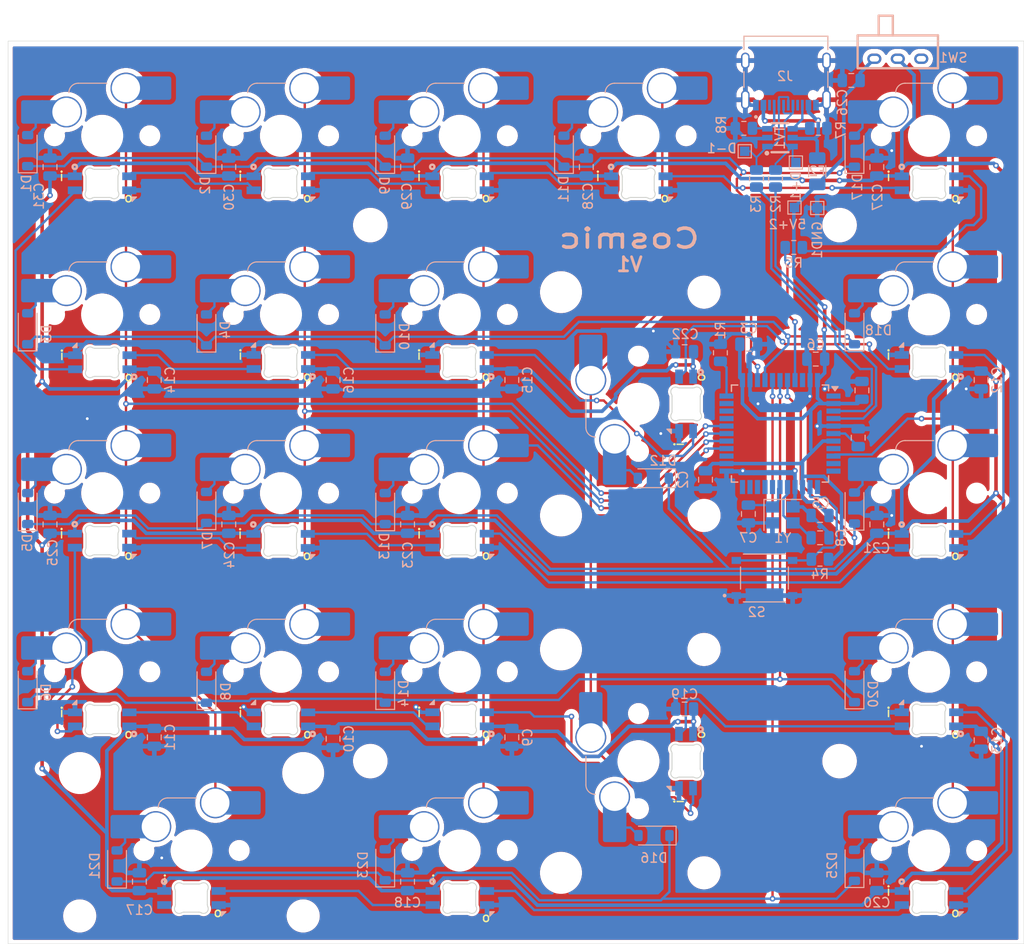
<source format=kicad_pcb>
(kicad_pcb (version 20240108) (generator "pcbnew") (generator_version "8.0")
  (layers (0 "F.Cu" signal) (31 "B.Cu" signal) (34 "B.Paste" user) (35 "F.Paste" user) (36 "B.SilkS" user "B.Silkscreen") (37 "F.SilkS" user "F.Silkscreen") (38 "B.Mask" user) (39 "F.Mask" user) (44 "Edge.Cuts" user))
  (net 0 "")
  (net 1 "Net-(U1-UCAP)")
  (net 2 "GND")
  (net 3 "Net-(U1-XTAL1)")
  (net 4 "Net-(U1-XTAL2)")
  (net 5 "Net-(D1-A)")
  (net 6 "X0")
  (net 7 "Net-(D2-A)")
  (net 8 "Net-(D3-A)")
  (net 9 "X1")
  (net 10 "Net-(D4-A)")
  (net 11 "VCC")
  (net 12 "D-")
  (net 13 "D+")
  (net 14 "Net-(U1-~{HWB}{slash}PE2)")
  (net 15 "Net-(U1-D+)")
  (net 16 "Net-(U1-D-)")
  (net 17 "Net-(U1-~{RESET})")
  (net 18 "Y0")
  (net 19 "Y1")
  (net 24 "Net-(D17-A)")
  (net 25 "Y4")
  (net 26 "Net-(D18-A)")
  (net 27 "Net-(D19-A)")
  (net 28 "Net-(D20-A)")
  (net 29 "Net-(D25-A)")
  (net 30 "Net-(D5-A)")
  (net 31 "X2")
  (net 32 "Net-(D6-A)")
  (net 33 "X3")
  (net 34 "Net-(D7-A)")
  (net 35 "Net-(D8-A)")
  (net 36 "Net-(D9-A)")
  (net 37 "Net-(D10-A)")
  (net 38 "Net-(D11-A)")
  (net 39 "Net-(D13-A)")
  (net 40 "Net-(D14-A)")
  (net 41 "X4")
  (net 42 "Net-(D21-A)")
  (net 43 "Net-(D23-A)")
  (net 44 "Y2")
  (net 45 "Y3")
  (net 48 "Net-(D16-A)")
  (net 49 "Net-(D12-A)")
  (net 61 "CC2")
  (net 62 "CC1")
  (net 63 "Net-(U2-DOUT)")
  (net 64 "LED_DATA_IN")
  (net 65 "Net-(U3-DOUT)")
  (net 66 "Net-(U4-DOUT)")
  (net 67 "Net-(U5-DOUT)")
  (net 68 "Net-(U6-DOUT)")
  (net 69 "Net-(U7-DOUT)")
  (net 70 "Net-(U8-DOUT)")
  (net 71 "Net-(U10-DIN)")
  (net 72 "LED_DATA_1")
  (net 73 "Net-(U11-DOUT)")
  (net 74 "Net-(U12-DOUT)")
  (net 75 "Net-(U13-DOUT)")
  (net 76 "Net-(U14-DOUT)")
  (net 77 "Net-(U15-DOUT)")
  (net 78 "Net-(U16-DOUT)")
  (net 79 "Net-(U17-DOUT)")
  (net 80 "LED_DATA_2")
  (net 81 "Net-(U20-DOUT)")
  (net 82 "Net-(U21-DOUT)")
  (net 83 "Net-(U22-DOUT)")
  (net 84 "Net-(U23-DOUT)")
  (net 86 "Net-(U1-PF0)")
  (net 87 "LEDP")
  (net 88 "+5V")
  (footprint "marbastlib-mx:STAB_MX_2u" (layer "F.Cu") (at 225.425 136.525 -90)
    (property "Reference" "H6" (hide yes))
    (property "Value" "MountingHole")
  )
  (footprint "marbastlib-mx:STAB_MX_2u" (layer "F.Cu") (at 177.791556 146.045855 180)
    (property "Reference" "H7" (hide yes))
    (property "Value" "MountingHole")
  )
  (footprint "MountingHole:MountingHole_3.2mm_M3" (layer "F.Cu") (at 196.85 136.525)
    (property "Reference" "H2" (hide yes))
    (property "Value" "MountingHole")
  )
  (footprint "MountingHole:MountingHole_3.2mm_M3" (layer "F.Cu") (at 246.85625 79.375)
    (property "Reference" "H4" (hide yes))
    (property "Value" "MountingHole")
  )
  (footprint "MountingHole:MountingHole_3.2mm_M3" (layer "F.Cu") (at 246.85625 136.525)
    (property "Reference" "H3" (hide yes))
    (property "Value" "MountingHole")
  )
  (footprint "MountingHole:MountingHole_3.2mm_M3" (layer "F.Cu") (at 196.85 79.375)
    (property "Reference" "H1" (hide yes))
    (property "Value" "MountingHole")
  )
  (footprint "marbastlib-mx:STAB_MX_2u" (layer "F.Cu") (at 225.427773 98.428556 -90)
    (property "Reference" "H5" (hide yes))
    (property "Value" "MountingHole")
  )
  (footprint "Diode_SMD:D_SOD-123" (layer "B.Cu") (at 179.3875 109.475 90)
    (property "Reference" "D7")
    (property "Value" "D_Small")
  )
  (footprint "Fuse:Fuse_1206_3216Metric" (layer "B.Cu") (at 244.475 73.63125 -90)
    (property "Reference" "F2")
    (property "Value" "500mA")
  )
  (footprint "marbastlib-mx:SW_MX_HS_S_CPG151101S11_1u" (layer "B.Cu") (at 168.275 69.85 180)
    (property "Reference" "NumLock1" (hide yes))
    (property "Value" "SW_Push")
  )
  (footprint "Crystal:Crystal_SMD_3225-4Pin_3.2x2.5mm" (layer "B.Cu") (at 240.8 110.275)
    (property "Reference" "Y1")
    (property "Value" "Crystal_GND24_Small")
  )
  (footprint "Capacitor_SMD:C_0805_2012Metric" (layer "B.Cu") (at 192.88125 134.14375 90)
    (property "Reference" "C10")
    (property "Value" "C_Small")
  )
  (footprint "Capacitor_SMD:C_0805_2012Metric" (layer "B.Cu") (at 244.31875 93.6625)
    (property "Reference" "C6")
    (property "Value" "10uF")
  )
  (footprint "Resistor_SMD:R_0805_2012Metric" (layer "B.Cu") (at 234.15625 92.9875 90)
    (property "Reference" "R1")
    (property "Value" "10k")
  )
  (footprint "Capacitor_SMD:C_0805_2012Metric" (layer "B.Cu") (at 200.81875 111.28125 -90)
    (property "Reference" "C23")
    (property "Value" "C_Small")
  )
  (footprint "MyLiB:MX-SK-E-Left_Right" (layer "B.Cu") (at 168.266556 69.845855 180)
    (property "Reference" "U6" (hide yes))
    (property "Value" "~")
    (fp_line (start 1.709999 -4.377157) (end 1.709999 -5.782841) (stroke (width 0.1)) (layer "Edge.Cuts"))
    (fp_line (start 0.804452 -6.579999) (end -0.784452 -6.579999) (stroke (width 0.1)) (layer "Edge.Cuts"))
    (fp_line (start -0.784453 -3.58) (end 0.804452 -3.58) (stroke (width 0.1)) (layer "Edge.Cuts"))
    (fp_line (start -1.689999 -5.782841) (end -1.689999 -4.377157) (stroke (width 0.1)) (layer "Edge.Cuts"))
    (fp_arc (start 1.759484 -4.160279) (mid 1.722532 -4.265931) (end 1.709999 -4.377157) (stroke (width 0.1)) (layer "Edge.Cuts"))
    (fp_arc (start 1.759484 -4.160279) (mid 1.648072 -3.575964) (end 1.056711 -3.5117) (stroke (width 0.1)) (layer "Edge.Cuts"))
    (fp_arc (start 1.709999 -5.782842) (mid 1.722528 -5.894067) (end 1.759484 -5.999719) (stroke (width 0.1)) (layer "Edge.Cuts"))
    (fp_arc (start 1.056711 -6.648296) (mid 1.648069 -6.584034) (end 1.759484 -5.999719) (stroke (width 0.1)) (layer "Edge.Cuts"))
    (fp_arc (start 1.05671 -6.648298) (mid 0.935122 -6.597376) (end 0.804452 -6.579999) (stroke (width 0.1)) (layer "Edge.Cuts"))
    (fp_arc (start 0.804453 -3.579999) (mid 0.935123 -3.562622) (end 1.056711 -3.5117) (stroke (width 0.1)) (layer "Edge.Cuts"))
    (fp_arc (start -0.784452 -6.579999) (mid -0.915123 -6.597376) (end -1.036711 -6.648298) (stroke (width 0.1)) (layer "Edge.Cuts"))
    (fp_arc (start -1.036711 -3.511701) (mid -0.915123 -3.562623) (end -0.784453 -3.58) (stroke (width 0.1)) (layer "Edge.Cuts"))
    (fp_arc (start -1.036711 -3.511701) (mid -1.628071 -3.575964) (end -1.739484 -4.160279) (stroke (width 0.1)) (layer "Edge.Cuts"))
    (fp_arc (start -1.689999 -4.377156) (mid -1.702529 -4.265931) (end -1.739484 -4.160279) (stroke (width 0.1)) (layer "Edge.Cuts"))
    (fp_arc (start -1.739484 -5.999718) (mid -1.628072 -6.584034) (end -1.036711 -6.648298) (stroke (width 0.1)) (layer "Edge.Cuts"))
    (fp_arc (start -1.739484 -5.999719) (mid -1.702522 -5.894068) (end -1.689999 -5.782841) (stroke (width 0.1)) (layer "Edge.Cuts"))
  )
  (footprint "Diode_SMD:D_SOD-123" (layer "B.Cu") (at 227.0125 106.3625 180)
    (property "Reference" "D12")
    (property "Value" "D_Small")
  )
  (footprint "Diode_SMD:D_SOD-123" (layer "B.Cu") (at 179.3875 128.65 90)
    (property "Reference" "D8")
    (property "Value" "D_Small")
  )
  (footprint "Capacitor_SMD:C_0805_2012Metric" (layer "B.Cu") (at 192.88125 95.8875 90)
    (property "Reference" "C16")
    (property "Value" "C_Small")
  )
  (footprint "Diode_SMD:D_SOD-123" (layer "B.Cu") (at 179.3875 90.55 90)
    (property "Reference" "D4")
    (property "Value" "D_Small")
  )
  (footprint "Capacitor_SMD:C_0805_2012Metric" (layer "B.Cu") (at 172.24375 149.38125 -90)
    (property "Reference" "C17")
    (property "Value" "C_Small")
  )
  (footprint "marbastlib-mx:SW_MX_HS_S_CPG151101S11_1u" (layer "B.Cu") (at 256.38125 69.85 180)
    (property "Reference" "Custom-1" (hide yes))
    (property "Value" "SW_Push")
  )
  (footprint "Capacitor_SMD:C_0805_2012Metric" (layer "B.Cu") (at 261.9375 134.3 90)
    (property "Reference" "C13")
    (property "Value" "C_Small")
  )
  (footprint "Capacitor_SMD:C_0805_2012Metric" (layer "B.Cu") (at 237.175 92.075 180)
    (property "Reference" "C3")
    (property "Value" "100nF")
  )
  (footprint "USB-C:HRO_TYPE-C-31-M-12" (layer "B.Cu") (at 241.1375 61.8375)
    (property "Reference" "J2")
    (property "Value" "TYPE-C-31-M-12")
  )
  (footprint "Diode_SMD:D_SOD-123" (layer "B.Cu") (at 169.8625 147.7 90)
    (property "Reference" "D21")
    (property "Value" "D_Small")
  )
  (footprint "Diode_SMD:D_SOD-123" (layer "B.Cu") (at 160.3375 109.6 90)
    (property "Reference" "D5")
    (property "Value" "D_Small")
  )
  (footprint "Capacitor_SMD:C_0805_2012Metric" (layer "B.Cu") (at 248.1 63.95)
    (property "Reference" "C26")
    (property "Value" "10uf")
  )
  (footprint "Capacitor_SMD:C_0805_2012Metric" (layer "B.Cu") (at 173.83125 95.8875 90)
    (property "Reference" "C14")
    (property "Value" "C_Small")
  )
  (footprint "marbastlib-mx:SW_MX_HS_S_CPG151101S11_1u" (layer "B.Cu") (at 256.38125 107.95 180)
    (property "Reference" "Custom-3" (hide yes))
    (property "Value" "SW_Push")
  )
  (footprint "MyLiB:MX-SK-E-Left_Right" (layer "B.Cu") (at 187.291156 107.971255 180)
    (property "Reference" "U14" (hide yes))
    (property "Value" "~")
    (fp_line (start 1.709999 -4.377157) (end 1.709999 -5.782841) (stroke (width 0.1)) (layer "Edge.Cuts"))
    (fp_line (start 0.804452 -6.579999) (end -0.784452 -6.579999) (stroke (width 0.1)) (layer "Edge.Cuts"))
    (fp_line (start -0.784453 -3.58) (end 0.804452 -3.58) (stroke (width 0.1)) (layer "Edge.Cuts"))
    (fp_line (start -1.689999 -5.782841) (end -1.689999 -4.377157) (stroke (width 0.1)) (layer "Edge.Cuts"))
    (fp_arc (start 1.759484 -4.160279) (mid 1.722532 -4.265931) (end 1.709999 -4.377157) (stroke (width 0.1)) (layer "Edge.Cuts"))
    (fp_arc (start 1.759484 -4.160279) (mid 1.648072 -3.575964) (end 1.056711 -3.5117) (stroke (width 0.1)) (layer "Edge.Cuts"))
    (fp_arc (start 1.709999 -5.782842) (mid 1.722528 -5.894067) (end 1.759484 -5.999719) (stroke (width 0.1)) (layer "Edge.Cuts"))
    (fp_arc (start 1.056711 -6.648296) (mid 1.648069 -6.584034) (end 1.759484 -5.999719) (stroke (width 0.1)) (layer "Edge.Cuts"))
    (fp_arc (start 1.05671 -6.648298) (mid 0.935122 -6.597376) (end 0.804452 -6.579999) (stroke (width 0.1)) (layer "Edge.Cuts"))
    (fp_arc (start 0.804453 -3.579999) (mid 0.935123 -3.562622) (end 1.056711 -3.5117) (stroke (width 0.1)) (layer "Edge.Cuts"))
    (fp_arc (start -0.784452 -6.579999) (mid -0.915123 -6.597376) (end -1.036711 -6.648298) (stroke (width 0.1)) (layer "Edge.Cuts"))
    (fp_arc (start -1.036711 -3.511701) (mid -0.915123 -3.562623) (end -0.784453 -3.58) (stroke (width 0.1)) (layer "Edge.Cuts"))
    (fp_arc (start -1.036711 -3.511701) (mid -1.628071 -3.575964) (end -1.739484 -4.160279) (stroke (width 0.1)) (layer "Edge.Cuts"))
    (fp_arc (start -1.689999 -4.377156) (mid -1.702529 -4.265931) (end -1.739484 -4.160279) (stroke (width 0.1)) (layer "Edge.Cuts"))
    (fp_arc (start -1.739484 -5.999718) (mid -1.628072 -6.584034) (end -1.036711 -6.648298) (stroke (width 0.1)) (layer "Edge.Cuts"))
    (fp_arc (start -1.739484 -5.999719) (mid -1.702522 -5.894068) (end -1.689999 -5.782841) (stroke (width 0.1)) (layer "Edge.Cuts"))
  )
  (footprint "MyLiB:MX-SK-E-Left_Right" (layer "B.Cu") (at 206.36 69.842501 180)
    (property "Reference" "U4" (hide yes))
    (property "Value" "~")
    (fp_line (start 1.709999 -4.377157) (end 1.709999 -5.782841) (stroke (width 0.1)) (layer "Edge.Cuts"))
    (fp_line (start 0.804452 -6.579999) (end -0.784452 -6.579999) (stroke (width 0.1)) (layer "Edge.Cuts"))
    (fp_line (start -0.784453 -3.58) (end 0.804452 -3.58) (stroke (width 0.1)) (layer "Edge.Cuts"))
    (fp_line (start -1.689999 -5.782841) (end -1.689999 -4.377157) (stroke (width 0.1)) (layer "Edge.Cuts"))
    (fp_arc (start 1.759484 -4.160279) (mid 1.722532 -4.265931) (end 1.709999 -4.377157) (stroke (width 0.1)) (layer "Edge.Cuts"))
    (fp_arc (start 1.759484 -4.160279) (mid 1.648072 -3.575964) (end 1.056711 -3.5117) (stroke (width 0.1)) (layer "Edge.Cuts"))
    (fp_arc (start 1.709999 -5.782842) (mid 1.722528 -5.894067) (end 1.759484 -5.999719) (stroke (width 0.1)) (layer "Edge.Cuts"))
    (fp_arc (start 1.056711 -6.648296) (mid 1.648069 -6.584034) (end 1.759484 -5.999719) (stroke (width 0.1)) (layer "Edge.Cuts"))
    (fp_arc (start 1.05671 -6.648298) (mid 0.935122 -6.597376) (end 0.804452 -6.579999) (stroke (width 0.1)) (layer "Edge.Cuts"))
    (fp_arc (start 0.804453 -3.579999) (mid 0.935123 -3.562622) (end 1.056711 -3.5117) (stroke (width 0.1)) (layer "Edge.Cuts"))
    (fp_arc (start -0.784452 -6.579999) (mid -0.915123 -6.597376) (end -1.036711 -6.648298) (stroke (width 0.1)) (layer "Edge.Cuts"))
    (fp_arc (start -1.036711 -3.511701) (mid -0.915123 -3.562623) (end -0.784453 -3.58) (stroke (width 0.1)) (layer "Edge.Cuts"))
    (fp_arc (start -1.036711 -3.511701) (mid -1.628071 -3.575964) (end -1.739484 -4.160279) (stroke (width 0.1)) (layer "Edge.Cuts"))
    (fp_arc (start -1.689999 -4.377156) (mid -1.702529 -4.265931) (end -1.739484 -4.160279) (stroke (width 0.1)) (layer "Edge.Cuts"))
    (fp_arc (start -1.739484 -5.999718) (mid -1.628072 -6.584034) (end -1.036711 -6.648298) (stroke (width 0.1)) (layer "Edge.Cuts"))
    (fp_arc (start -1.739484 -5.999719) (mid -1.702522 -5.894068) (end -1.689999 -5.782841) (stroke (width 0.1)) (layer "Edge.Cuts"))
  )
  (footprint "Capacitor_SMD:C_0805_2012Metric" (layer "B.Cu") (at 244.775 110.33125)
    (property "Reference" "C5")
    (property "Value" "100nF")
  )
  (footprint "Diode_SMD:D_SOD-123" (layer "B.Cu") (at 198.4375 71.5 90)
    (property "Reference" "D9")
    (property "Value" "D_Small")
  )
  (footprint "marbastlib-mx:SW_MX_HS_S_CPG151101S11_1u" (layer "B.Cu") (at 206.375 146.05 180)
    (property "Reference" "Key_del1" (hide yes))
    (property "Value" "SW_Push")
  )
  (footprint "Capacitor_SMD:C_0805_2012Metric" (layer "B.Cu") (at 219.86875 73.18125 -90)
    (property "Reference" "C28")
    (property "Value" "C_Small")
  )
  (footprint "Diode_SMD:D_SOD-123" (layer "B.Cu") (at 248.44375 90.425 90)
    (property "Reference" "D18")
    (property "Value" "D_Small")
  )
  (footprint "Capacitor_SMD:C_0805_2012Metric" (layer "B.Cu") (at 232.56875 106.51875 90)
    (property "Reference" "C2")
    (property "Value" "100nF")
  )
  (footprint "Capacitor_SMD:C_0805_2012Metric" (layer "B.Cu") (at 249.2375 96.99375 -90)
    (property "Reference" "C4" (hide yes))
    (property "Value" "100nF")
  )
  (footprint "Capacitor_SMD:C_0805_2012Metric" (layer "B.Cu") (at 250.825 111.28125 -90)
    (property "Reference" "C21")
    (property "Value" "C_Small")
  )
  (footprint "marbastlib-mx:SW_MX_HS_S_CPG151101S11_1u" (layer "B.Cu") (at 168.275 107.95 180)
    (property "Reference" "Key_4" (hide yes))
    (property "Value" "SW_Push")
  )
  (footprint "Capacitor_SMD:C_0805_2012Metric" (layer "B.Cu") (at 211.93125 133.9875 90)
    (property "Reference" "C9")
    (property "Value" "C_Small")
  )
  (footprint "Capacitor_SMD:C_0805_2012Metric" (layer "B.Cu") (at 248.84 102.04 90)
    (property "Reference" "C1" (hide yes))
    (property "Value" "1uF")
  )
  (footprint "TestPoint:TestPoint_Pad_1.0x1.0mm" (layer "B.Cu") (at 244.475 77.55 180)
    (property "Reference" "GND1")
    (property "Value" "Power")
  )
  (footprint "Diode_SMD:D_SOD-123" (layer "B.Cu") (at 198.4375 147.575 90)
    (property "Reference" "D23")
    (property "Value" "D_Small")
  )
  (footprint "TestPoint:TestPoint_Pad_1.0x1.0mm" (layer "B.Cu") (at 242.2 72.7 180)
    (property "Reference" "D+1")
    (property "Value" "D+")
  )
  (footprint "marbastlib-mx:SW_MX_HS_S_CPG151101S11_1u" (layer "B.Cu") (at 206.375 107.95 180)
    (property "Reference" "Key_6" (hide yes))
    (property "Value" "SW_Push")
  )
  (footprint "MyLiB:MX-SK-E-Left_Right" (layer "B.Cu") (at 256.390044 69.845855 180)
    (property "Reference" "U2" (hide yes))
    (property "Value" "~")
    (fp_line (start 1.709999 -4.377157) (end 1.709999 -5.782841) (stroke (width 0.1)) (layer "Edge.Cuts"))
    (fp_line (start 0.804452 -6.579999) (end -0.784452 -6.579999) (stroke (width 0.1)) (layer "Edge.Cuts"))
    (fp_line (start -0.784453 -3.58) (end 0.804452 -3.58) (stroke (width 0.1)) (layer "Edge.Cuts"))
    (fp_line (start -1.689999 -5.782841) (end -1.689999 -4.377157) (stroke (width 0.1)) (layer "Edge.Cuts"))
    (fp_arc (start 1.759484 -4.160279) (mid 1.722532 -4.265931) (end 1.709999 -4.377157) (stroke (width 0.1)) (layer "Edge.Cuts"))
    (fp_arc (start 1.759484 -4.160279) (mid 1.648072 -3.575964) (end 1.056711 -3.5117) (stroke (width 0.1)) (layer "Edge.Cuts"))
    (fp_arc (start 1.709999 -5.782842) (mid 1.722528 -5.894067) (end 1.759484 -5.999719) (stroke (width 0.1)) (layer "Edge.Cuts"))
    (fp_arc (start 1.056711 -6.648296) (mid 1.648069 -6.584034) (end 1.759484 -5.999719) (stroke (width 0.1)) (layer "Edge.Cuts"))
    (fp_arc (start 1.05671 -6.648298) (mid 0.935122 -6.597376) (end 0.804452 -6.579999) (stroke (width 0.1)) (layer "Edge.Cuts"))
    (fp_arc (start 0.804453 -3.579999) (mid 0.935123 -3.562622) (end 1.056711 -3.5117) (stroke (width 0.1)) (layer "Edge.Cuts"))
    (fp_arc (start -0.784452 -6.579999) (mid -0.915123 -6.597376) (end -1.036711 -6.648298) (stroke (width 0.1)) (layer "Edge.Cuts"))
    (fp_arc (start -1.036711 -3.511701) (mid -0.915123 -3.562623) (end -0.784453 -3.58) (stroke (width 0.1)) (layer "Edge.Cuts"))
    (fp_arc (start -1.036711 -3.511701) (mid -1.628071 -3.575964) (end -1.739484 -4.160279) (stroke (width 0.1)) (layer "Edge.Cuts"))
    (fp_arc (start -1.689999 -4.377156) (mid -1.702529 -4.265931) (end -1.739484 -4.160279) (stroke (width 0.1)) (layer "Edge.Cuts"))
    (fp_arc (start -1.739484 -5.999718) (mid -1.628072 -6.584034) (end -1.036711 -6.648298) (stroke (width 0.1)) (layer "Edge.Cuts"))
    (fp_arc (start -1.739484 -5.999719) (mid -1.702522 -5.894068) (end -1.689999 -5.782841) (stroke (width 0.1)) (layer "Edge.Cuts"))
  )
  (footprint "marbastlib-mx:SW_MX_HS_S_CPG151101S11_1u" (layer "B.Cu") (at 177.8 146.05 180)
    (property "Reference" "Key_0" (hide yes))
    (property "Value" "SW_Push_U2")
  )
  (footprint "Resistor_SMD:R_0805_2012Metric" (layer "B.Cu") (at 244.7625 115 180)
    (property "Reference" "R4")
    (property "Value" "10k")
  )
  (footprint "MyLiB:MX-SK-E-Left_Right" (layer "B.Cu") (at 168.266556 107.945855 180)
    (property "Reference" "U15" (hide yes))
    (property "Value" "~")
    (fp_line (start 1.709999 -4.377157) (end 1.709999 -5.782841) (stroke (width 0.1)) (layer "Edge.Cuts"))
    (fp_line (start 0.804452 -6.579999) (end -0.784452 -6.579999) (stroke (width 0.1)) (layer "Edge.Cuts"))
    (fp_line (start -0.784453 -3.58) (end 0.804452 -3.58) (stroke (width 0.1)) (layer "Edge.Cuts"))
    (fp_line (start -1.689999 -5.782841) (end -1.689999 -4.377157) (stroke (width 0.1)) (layer "Edge.Cuts"))
    (fp_arc (start 1.759484 -4.160279) (mid 1.722532 -4.265931) (end 1.709999 -4.377157) (stroke (width 0.1)) (layer "Edge.Cuts"))
    (fp_arc (start 1.759484 -4.160279) (mid 1.648072 -3.575964) (end 1.056711 -3.5117) (stroke (width 0.1)) (layer "Edge.Cuts"))
    (fp_arc (start 1.709999 -5.782842) (mid 1.722528 -5.894067) (end 1.759484 -5.999719) (stroke (width 0.1)) (layer "Edge.Cuts"))
    (fp_arc (start 1.056711 -6.648296) (mid 1.648069 -6.584034) (end 1.759484 -5.999719) (stroke (width 0.1)) (layer "Edge.Cuts"))
    (fp_arc (start 1.05671 -6.648298) (mid 0.935122 -6.597376) (end 0.804452 -6.579999) (stroke (width 0.1)) (layer "Edge.Cuts"))
    (fp_arc (start 0.804453 -3.579999) (mid 0.935123 -3.562622) (end 1.056711 -3.5117) (stroke (width 0.1)) (layer "Edge.Cuts"))
    (fp_arc (start -0.784452 -6.579999) (mid -0.915123 -6.597376) (end -1.036711 -6.648298) (stroke (width 0.1)) (layer "Edge.Cuts"))
    (fp_arc (start -1.036711 -3.511701) (mid -0.915123 -3.562623) (end -0.784453 -3.58) (stroke (width 0.1)) (layer "Edge.Cuts"))
    (fp_arc (start -1.036711 -3.511701) (mid -1.628071 -3.575964) (end -1.739484 -4.160279) (stroke (width 0.1)) (layer "Edge.Cuts"))
    (fp_arc (start -1.689999 -4.377156) (mid -1.702529 -4.265931) (end -1.739484 -4.160279) (stroke (width 0.1)) (layer "Edge.Cuts"))
    (fp_arc (start -1.739484 -5.999718) (mid -1.628072 -6.584034) (end -1.036711 -6.648298) (stroke (width 0.1)) (layer "Edge.Cuts"))
    (fp_arc (start -1.739484 -5.999719) (mid -1.702522 -5.894068) (end -1.689999 -5.782841) (stroke (width 0.1)) (layer "Edge.Cuts"))
  )
  (footprint "marbastlib-mx:SW_MX_HS_S_CPG151101S11_1u" (layer "B.Cu") (at 187.325 127 180)
    (property "Reference" "Key_2" (hide yes))
    (property "Value" "SW_Push")
  )
  (footprint "Diode_SMD:D_SOD-123" (layer "B.Cu") (at 227.075 144.4625 180)
    (property "Reference" "D16")
    (property "Value" "D_Small")
  )
  (footprint "marbastlib-mx:SW_MX_HS_S_CPG151101S11_1u" (layer "B.Cu") (at 256.38125 127 180)
    (property "Reference" "Custom-4" (hide yes))
    (property "Value" "SW_Push")
  )
  (footprint "MyLiB:MX-SK-E-Left_Right" (layer "B.Cu") (at 187.316556 69.845855 180)
    (property "Reference" "U5" (hide yes))
    (property "Value" "~")
    (fp_line (start 1.709999 -4.377157) (end 1.709999 -5.782841) (stroke (width 0.1)) (layer "Edge.Cuts"))
    (fp_line (start 0.804452 -6.579999) (end -0.784452 -6.579999) (stroke (width 0.1)) (layer "Edge.Cuts"))
    (fp_line (start -0.784453 -3.58) (end 0.804452 -3.58) (stroke (width 0.1)) (layer "Edge.Cuts"))
    (fp_line (start -1.689999 -5.782841) (end -1.689999 -4.377157) (stroke (width 0.1)) (layer "Edge.Cuts"))
    (fp_arc (start 1.759484 -4.160279) (mid 1.722532 -4.265931) (end 1.709999 -4.377157) (stroke (width 0.1)) (layer "Edge.Cuts"))
    (fp_arc (start 1.759484 -4.160279) (mid 1.648072 -3.575964) (end 1.056711 -3.5117) (stroke (width 0.1)) (layer "Edge.Cuts"))
    (fp_arc (start 1.709999 -5.782842) (mid 1.722528 -5.894067) (end 1.759484 -5.999719) (stroke (width 0.1)) (layer "Edge.Cuts"))
    (fp_arc (start 1.056711 -6.648296) (mid 1.648069 -6.584034) (end 1.759484 -5.999719) (stroke (width 0.1)) (layer "Edge.Cuts"))
    (fp_arc (start 1.05671 -6.648298) (mid 0.935122 -6.597376) (end 0.804452 -6.579999) (stroke (width 0.1)) (layer "Edge.Cuts"))
    (fp_arc (start 0.804453 -3.579999) (mid 0.935123 -3.562622) (end 1.056711 -3.5117) (stroke (width 0.1)) (layer "Edge.Cuts"))
    (fp_arc (start -0.784452 -6.579999) (mid -0.915123 -6.597376) (end -1.036711 -6.648298) (stroke (width 0.1)) (layer "Edge.Cuts"))
    (fp_arc (start -1.036711 -3.511701) (mid -0.915123 -3.562623) (end -0.784453 -3.58) (stroke (width 0.1)) (layer "Edge.Cuts"))
    (fp_arc (start -1.036711 -3.511701) (mid -1.628071 -3.575964) (end -1.739484 -4.160279) (stroke (width 0.1)) (layer "Edge.Cuts"))
    (fp_arc (start -1.689999 -4.377156) (mid -1.702529 -4.265931) (end -1.739484 -4.160279) (stroke (width 0.1)) (layer "Edge.Cuts"))
    (fp_arc (start -1.739484 -5.999718) (mid -1.628072 -6.584034) (end -1.036711 -6.648298) (stroke (width 0.1)) (layer "Edge.Cuts"))
    (fp_arc (start -1.739484 -5.999719) (mid -1.702522 -5.894068) (end -1.689999 -5.782841) (stroke (width 0.1)) (layer "Edge.Cuts"))
  )
  (footprint "Diode_SMD:D_SOD-123" (layer "B.Cu") (at 217.4875 71.5 90)
    (property "Reference" "D11")
    (property "Value" "D_Small")
  )
  (footprint "Diode_SMD:D_SOD-123" (layer "B.Cu") (at 179.3875 71.5 90)
    (property "Reference" "D2")
    (property "Value" "D_Small")
  )
  (footprint "marbastlib-mx:SW_MX_HS_S_CPG151101S11_1u" (layer "B.Cu") (at 206.375 69.85 180)
    (property "Reference" "Key_*1" (hide yes))
    (property "Value" "SW_Push")
  )
  (footprint "MyLiB:MX-SK-E-Right_Left" (layer "B.Cu") (at 256.384044 88.895145 180)
    (property "Reference" "U11" (hide yes))
    (property "Value" "~")
    (fp_line (start 1.709999 -4.377157) (end 1.709999 -5.782841) (stroke (width 0.1)) (layer "Edge.Cuts"))
    (fp_line (start 0.804452 -6.579999) (end -0.784452 -6.579999) (stroke (width 0.1)) (layer "Edge.Cuts"))
    (fp_line (start -0.784453 -3.58) (end 0.804452 -3.58) (stroke (width 0.1)) (layer "Edge.Cuts"))
    (fp_line (start -1.689999 -5.782841) (end -1.689999 -4.377157) (stroke (width 0.1)) (layer "Edge.Cuts"))
    (fp_arc (start 1.759484 -4.160279) (mid 1.722532 -4.265931) (end 1.709999 -4.377157) (stroke (width 0.1)) (layer "Edge.Cuts"))
    (fp_arc (start 1.759484 -4.160279) (mid 1.648072 -3.575964) (end 1.056711 -3.5117) (stroke (width 0.1)) (layer "Edge.Cuts"))
    (fp_arc (start 1.709999 -5.782842) (mid 1.722528 -5.894067) (end 1.759484 -5.999719) (stroke (width 0.1)) (layer "Edge.Cuts"))
    (fp_arc (start 1.056711 -6.648296) (mid 1.648069 -6.584034) (end 1.759484 -5.999719) (stroke (width 0.1)) (layer "Edge.Cuts"))
    (fp_arc (start 1.05671 -6.648298) (mid 0.935122 -6.597376) (end 0.804452 -6.579999) (stroke (width 0.1)) (layer "Edge.Cuts"))
    (fp_arc (start 0.804453 -3.579999) (mid 0.935123 -3.562622) (end 1.056711 -3.5117) (stroke (width 0.1)) (layer "Edge.Cuts"))
    (fp_arc (start -0.784452 -6.579999) (mid -0.915123 -6.597376) (end -1.036711 -6.648298) (stroke (width 0.1)) (layer "Edge.Cuts"))
    (fp_arc (start -1.036711 -3.511701) (mid -0.915123 -3.562623) (end -0.784453 -3.58) (stroke (width 0.1)) (layer "Edge.Cuts"))
    (fp_arc (start -1.036711 -3.511701) (mid -1.628071 -3.575964) (end -1.739484 -4.160279) (stroke (width 0.1)) (layer "Edge.Cuts"))
    (fp_arc (start -1.689999 -4.377156) (mid -1.702529 -4.265931) (end -1.739484 -4.160279) (stroke (width 0.1)) (layer "Edge.Cuts"))
    (fp_arc (start -1.739484 -5.999718) (mid -1.628072 -6.584034) (end -1.036711 -6.648298) (stroke (width 0.1)) (layer "Edge.Cuts"))
    (fp_arc (start -1.739484 -5.999719) (mid -1.702522 -5.894068) (end -1.689999 -5.782841) (stroke (width 0.1)) (layer "Edge.Cuts"))
  )
  (footprint "Diode_SMD:D_SOD-123" (layer "B.Cu") (at 198.4375 109.6 90)
    (property "Reference" "D13")
    (property "Value" "D_Small")
  )
  (footprint "Resistor_SMD:R_0805_2012Metric" (layer "B.Cu") (at 236.65625 69.05625)
    (property "Reference" "R8")
    (property "Value" "5.1k")
  )
  (footprint "Diode_SMD:D_SOD-123" (layer "B.Cu") (at 198.4375 128.65 90)
    (property "Reference" "D14")
    (property "Value" "D_Small")
  )
  (footprint "Resistor_SMD:R_0805_2012Metric" (layer "B.Cu") (at 241.975 81.75625)
    (property "Reference" "R5")
    (property "Value" "500")
  )
  (footprint "Capacitor_SMD:C_0805_2012Metric" (layer "B.Cu") (at 250.825 149.38125 -90)
    (property "Reference" "C20")
    (property "Value" "C_Small")
  )
  (footprint "Resistor_SMD:R_0805_2012Metric" (layer "B.Cu") (at 244.59375 69.05625 180)
    (property "Reference" "R7")
    (property "Value" "5.1k")
  )
  (footprint "marbastlib-mx:SW_MX_HS_S_CPG151101S11_1u" (layer "B.Cu") (at 225.425 98.425 -90)
    (property "Reference" "Key_+1" (hide yes))
    (property "Value" "SW_Push_U2")
  )
  (footprint "MyLiB:MX-SK-E-Right_Left" (layer "B.Cu") (at 168.277444 127.002773 180)
    (property "Reference" "U16" (hide yes))
    (property "Value" "~")
    (fp_line (start 1.709999 -4.377157) (end 1.709999 -5.782841) (stroke (width 0.1)) (layer "Edge.Cuts"))
    (fp_line (start 0.804452 -6.579999) (end -0.784452 -6.579999) (stroke (width 0.1)) (layer "Edge.Cuts"))
    (fp_line (start -0.784453 -3.58) (end 0.804452 -3.58) (stroke (width 0.1)) (layer "Edge.Cuts"))
    (fp_line (start -1.689999 -5.782841) (end -1.689999 -4.377157) (stroke (width 0.1)) (layer "Edge.Cuts"))
    (fp_arc (start 1.759484 -4.160279) (mid 1.722532 -4.265931) (end 1.709999 -4.377157) (stroke (width 0.1)) (layer "Edge.Cuts"))
    (fp_arc (start 1.759484 -4.160279) (mid 1.648072 -3.575964) (end 1.056711 -3.5117) (stroke (width 0.1)) (layer "Edge.Cuts"))
    (fp_arc (start 1.709999 -5.782842) (mid 1.722528 -5.894067) (end 1.759484 -5.999719) (stroke (width 0.1)) (layer "Edge.Cuts"))
    (fp_arc (start 1.056711 -6.648296) (mid 1.648069 -6.584034) (end 1.759484 -5.999719) (stroke (width 0.1)) (layer "Edge.Cuts"))
    (fp_arc (start 1.05671 -6.648298) (mid 0.935122 -6.597376) (end 0.804452 -6.579999) (stroke (width 0.1)) (layer "Edge.Cuts"))
    (fp_arc (start 0.804453 -3.579999) (mid 0.935123 -3.562622) (end 1.056711 -3.5117) (stroke (width 0.1)) (layer "Edge.Cuts"))
    (fp_arc (start -0.784452 -6.579999) (mid -0.915123 -6.597376) (end -1.036711 -6.648298) (stroke (width 0.1)) (layer "Edge.Cuts"))
    (fp_arc (start -1.036711 -3.511701) (mid -0.915123 -3.562623) (end -0.784453 -3.58) (stroke (width 0.1)) (layer "Edge.Cuts"))
    (fp_arc (start -1.036711 -3.511701) (mid -1.628071 -3.575964) (end -1.739484 -4.160279) (stroke (width 0.1)) (layer "Edge.Cuts"))
    (fp_arc (start -1.689999 -4.377156) (mid -1.702529 -4.265931) (end -1.739484 -4.160279) (stroke (width 0.1)) (layer "Edge.Cuts"))
    (fp_arc (start -1.739484 -5.999718) (mid -1.628072 -6.584034) (end -1.036711 -6.648298) (stroke (width 0.1)) (layer "Edge.Cuts"))
    (fp_arc (start -1.739484 -5.999719) (mid -1.702522 -5.894068) (end -1.689999 -5.782841) (stroke (width 0.1)) (layer "Edge.Cuts"))
  )
  (footprint "Capacitor_SMD:C_0805_2012Metric" (layer "B.Cu") (at 211.93125 95.8875 90)
    (property "Reference" "C15")
    (property "Value" "C_Small")
  )
  (footprint "Resistor_SMD:R_0805_2012Metric" (layer "B.Cu") (at 240.032 74.4125 90)
    (property "Reference" "R2")
    (property "Value" "22")
  )
  (footprint "marbastlib-mx:SW_MX_HS_S_CPG151101S11_1u" (layer "B.Cu") (at 168.275 88.9 180)
    (property "Reference" "Key_7" (hide yes))
    (property "Value" "SW_Push")
  )
  (footprint "MyLiB:MX-SK-E-Left_Right" (layer "B.Cu") (at 225.416556 69.845855 180)
    (property "Reference" "U3" (hide yes))
    (property "Value" "~")
    (fp_line (start 1.709999 -4.377157) (end 1.709999 -5.782841) (stroke (width 0.1)) (layer "Edge.Cuts"))
    (fp_line (start 0.804452 -6.579999) (end -0.784452 -6.579999) (stroke (width 0.1)) (layer "Edge.Cuts"))
    (fp_line (start -0.784453 -3.58) (end 0.804452 -3.58) (stroke (width 0.1)) (layer "Edge.Cuts"))
    (fp_line (start -1.689999 -5.782841) (end -1.689999 -4.377157) (stroke (width 0.1)) (layer "Edge.Cuts"))
    (fp_arc (start 1.759484 -4.160279) (mid 1.722532 -4.265931) (end 1.709999 -4.377157) (stroke (width 0.1)) (layer "Edge.Cuts"))
    (fp_arc (start 1.759484 -4.160279) (mid 1.648072 -3.575964) (end 1.056711 -3.5117) (stroke (width 0.1)) (layer "Edge.Cuts"))
    (fp_arc (start 1.709999 -5.782842) (mid 1.722528 -5.894067) (end 1.759484 -5.999719) (stroke (width 0.1)) (layer "Edge.Cuts"))
    (fp_arc (start 1.056711 -6.648296) (mid 1.648069 -6.584034) (end 1.759484 -5.999719) (stroke (width 0.1)) (layer "Edge.Cuts"))
    (fp_arc (start 1.05671 -6.648298) (mid 0.935122 -6.597376) (end 0.804452 -6.579999) (stroke (width 0.1)) (layer "Edge.Cuts"))
    (fp_arc (start 0.804453 -3.579999) (mid 0.935123 -3.562622) (end 1.056711 -3.5117) (stroke (width 0.1)) (layer "Edge.Cuts"))
    (fp_arc (start -0.784452 -6.579999) (mid -0.915123 -6.597376) (end -1.036711 -6.648298) (stroke (width 0.1)) (layer "Edge.Cuts"))
    (fp_arc (start -1.036711 -3.511701) (mid -0.915123 -3.562623) (end -0.784453 -3.58) (stroke (width 0.1)) (layer "Edge.Cuts"))
    (fp_arc (start -1.036711 -3.511701) (mid -1.628071 -3.575964) (end -1.739484 -4.160279) (stroke (width 0.1)) (layer "Edge.Cuts"))
    (fp_arc (start -1.689999 -4.377156) (mid -1.702529 -4.265931) (end -1.739484 -4.160279) (stroke (width 0.1)) (layer "Edge.Cuts"))
    (fp_arc (start -1.739484 -5.999718) (mid -1.628072 -6.584034) (end -1.036711 -6.648298) (stroke (width 0.1)) (layer "Edge.Cuts"))
    (fp_arc (start -1.739484 -5.999719) (mid -1.702522 -5.894068) (end -1.689999 -5.782841) (stroke (width 0.1)) (layer "Edge.Cuts"))
  )
  (footprint "MyLiB:MX-SK-E-Right_Left" (layer "B.Cu") (at 187.327444 127.002773 180)
    (property "Reference" "U17" (hide yes))
    (property "Value" "~")
    (fp_line (start 1.709999 -4.377157) (end 1.709999 -5.782841) (stroke (width 0.1)) (layer "Edge.Cuts"))
    (fp_line (start 0.804452 -6.579999) (end -0.784452 -6.579999) (stroke (width 0.1)) (layer "Edge.Cuts"))
    (fp_line (start -0.784453 -3.58) (end 0.804452 -3.58) (stroke (width 0.1)) (layer "Edge.Cuts"))
    (fp_line (start -1.689999 -5.782841) (end -1.689999 -4.377157) (stroke (width 0.1)) (layer "Edge.Cuts"))
    (fp_arc (start 1.759484 -4.160279) (mid 1.722532 -4.265931) (end 1.709999 -4.377157) (stroke (width 0.1)) (layer "Edge.Cuts"))
    (fp_arc (start 1.759484 -4.160279) (mid 1.648072 -3.575964) (end 1.056711 -3.5117) (stroke (width 0.1)) (layer "Edge.Cuts"))
    (fp_arc (start 1.709999 -5.782842) (mid 1.722528 -5.894067) (end 1.759484 -5.999719) (stroke (width 0.1)) (layer "Edge.Cuts"))
    (fp_arc (start 1.056711 -6.648296) (mid 1.648069 -6.584034) (end 1.759484 -5.999719) (stroke (width 0.1)) (layer "Edge.Cuts"))
    (fp_arc (start 1.05671 -6.648298) (mid 0.935122 -6.597376) (end 0.804452 -6.579999) (stroke (width 0.1)) (layer "Edge.Cuts"))
    (fp_arc (start 0.804453 -3.579999) (mid 0.935123 -3.562622) (end 1.056711 -3.5117) (stroke (width 0.1)) (layer "Edge.Cuts"))
    (fp_arc (start -0.784452 -6.579999) (mid -0.915123 -6.597376) (end -1.036711 -6.648298) (stroke (width 0.1)) (layer "Edge.Cuts"))
    (fp_arc (start -1.036711 -3.511701) (mid -0.915123 -3.562623) (end -0.784453 -3.58) (stroke (width 0.1)) (layer "Edge.Cuts"))
    (fp_arc (start -1.036711 -3.511701) (mid -1.628071 -3.575964) (end -1.739484 -4.160279) (stroke (width 0.1)) (layer "Edge.Cuts"))
    (fp_arc (start -1.689999 -4.377156) (mid -1.702529 -4.265931) (end -1.739484 -4.160279) (stroke (width 0.1)) (layer "Edge.Cuts"))
    (fp_arc (start -1.739484 -5.999718) (mid -1.628072 -6.584034) (end -1.036711 -6.648298) (stroke (width 0.1)) (layer "Edge.Cuts"))
    (fp_arc (start -1.739484 -5.999719) (mid -1.702522 -5.894068) (end -1.689999 -5.782841) (stroke (width 0.1)) (layer "Edge.Cuts"))
  )
  (footprint "Button_Switch_Keyboard:SOT-23-6_L2.9-W1.6-P0.95-LS2.8-BR" (layer "B.Cu") (at 240.50625 70.0532 180)
    (property "Reference" "TV1")
    (property "Value" "~")
  )
  (footprint "Capacitor_SMD:C_0805_2012Metric" (layer "B.Cu") (at 162.71875 73.18125 -90)
    (property "Reference" "C31")
    (property "Value" "C_Small")
  )
  (footprint "Diode_SMD:D_SOD-123" (layer "B.Cu") (at 248.44375 128.5875 90)
    (property "Reference" "D20")
    (property "Value" "D_Small")
  )
  (footprint "MyLiB:MX-SK-E-Left_Right" (layer "B.Cu") (at 177.791556 146.045855 180)
    (property "Reference" "U24" (hide yes))
    (property "Value" "~")
    (fp_line (start 1.709999 -4.377157) (end 1.709999 -5.782841) (stroke (width 0.1)) (layer "Edge.Cuts"))
    (fp_line (start 0.804452 -6.579999) (end -0.784452 -6.579999) (stroke (width 0.1)) (layer "Edge.Cuts"))
    (fp_line (start -0.784453 -3.58) (end 0.804452 -3.58) (stroke (width 0.1)) (layer "Edge.Cuts"))
    (fp_line (start -1.689999 -5.782841) (end -1.689999 -4.377157) (stroke (width 0.1)) (layer "Edge.Cuts"))
    (fp_arc (start 1.759484 -4.160279) (mid 1.722532 -4.265931) (end 1.709999 -4.377157) (stroke (width 0.1)) (layer "Edge.Cuts"))
    (fp_arc (start 1.759484 -4.160279) (mid 1.648072 -3.575964) (end 1.056711 -3.5117) (stroke (width 0.1)) (layer "Edge.Cuts"))
    (fp_arc (start 1.709999 -5.782842) (mid 1.722528 -5.894067) (end 1.759484 -5.999719) (stroke (width 0.1)) (layer "Edge.Cuts"))
    (fp_arc (start 1.056711 -6.648296) (mid 1.648069 -6.584034) (end 1.759484 -5.999719) (stroke (width 0.1)) (layer "Edge.Cuts"))
    (fp_arc (start 1.05671 -6.648298) (mid 0.935122 -6.597376) (end 0.804452 -6.579999) (stroke (width 0.1)) (layer "Edge.Cuts"))
    (fp_arc (start 0.804453 -3.579999) (mid 0.935123 -3.562622) (end 1.056711 -3.5117) (stroke (width 0.1)) (layer "Edge.Cuts"))
    (fp_arc (start -0.784452 -6.579999) (mid -0.915123 -6.597376) (end -1.036711 -6.648298) (stroke (width 0.1)) (layer "Edge.Cuts"))
    (fp_arc (start -1.036711 -3.511701) (mid -0.915123 -3.562623) (end -0.784453 -3.58) (stroke (width 0.1)) (layer "Edge.Cuts"))
    (fp_arc (start -1.036711 -3.511701) (mid -1.628071 -3.575964) (end -1.739484 -4.160279) (stroke (width 0.1)) (layer "Edge.Cuts"))
    (fp_arc (start -1.689999 -4.377156) (mid -1.702529 -4.265931) (end -1.739484 -4.160279) (stroke (width 0.1)) (layer "Edge.Cuts"))
    (fp_arc (start -1.739484 -5.999718) (mid -1.628072 -6.584034) (end -1.036711 -6.648298) (stroke (width 0.1)) (layer "Edge.Cuts"))
    (fp_arc (start -1.739484 -5.999719) (mid -1.702522 -5.894068) (end -1.689999 -5.782841) (stroke (width 0.1)) (layer "Edge.Cuts"))
  )
  (footprint "Diode_SMD:D_SOD-123" (layer "B.Cu") (at 248.44375 71.5 90)
    (property "Reference" "D17")
    (property "Value" "D_Small")
  )
  (footprint "Capacitor_SMD:C_0805_2012Metric" (layer "B.Cu") (at 181.76875 111.28125 -90)
    (property "Reference" "C24")
    (property "Value" "C_Small")
  )
  (footprint "MyLiB:MX-SK-E-Left_Right" (layer "B.Cu") (at 206.391956 146.045855 180)
    (property "Reference" "U23" (hide yes))
    (property "Value" "~")
    (fp_line (start 1.709999 -4.377157) (end 1.709999 -5.782841) (stroke (width 0.1)) (layer "Edge.Cuts"))
    (fp_line (start 0.804452 -6.579999) (end -0.784452 -6.579999) (stroke (width 0.1)) (layer "Edge.Cuts"))
    (fp_line (start -0.784453 -3.58) (end 0.804452 -3.58) (stroke (width 0.1)) (layer "Edge.Cuts"))
    (fp_line (start -1.689999 -5.782841) (end -1.689999 -4.377157) (stroke (width 0.1)) (layer "Edge.Cuts"))
    (fp_arc (start 1.759484 -4.160279) (mid 1.722532 -4.265931) (end 1.709999 -4.377157) (stroke (width 0.1)) (layer "Edge.Cuts"))
    (fp_arc (start 1.759484 -4.160279) (mid 1.648072 -3.575964) (end 1.056711 -3.5117) (stroke (width 0.1)) (layer "Edge.Cuts"))
    (fp_arc (start 1.709999 -5.782842) (mid 1.722528 -5.894067) (end 1.759484 -5.999719) (stroke (width 0.1)) (layer "Edge.Cuts"))
    (fp_arc (start 1.056711 -6.648296) (mid 1.648069 -6.584034) (end 1.759484 -5.999719) (stroke (width 0.1)) (layer "Edge.Cuts"))
    (fp_arc (start 1.05671 -6.648298) (mid 0.935122 -6.597376) (end 0.804452 -6.579999) (stroke (width 0.1)) (layer "Edge.Cuts"))
    (fp_arc (start 0.804453 -3.579999) (mid 0.935123 -3.562622) (end 1.056711 -3.5117) (stroke (width 0.1)) (layer "Edge.Cuts"))
    (fp_arc (start -0.784452 -6.579999) (mid -0.915123 -6.597376) (end -1.036711 -6.648298) (stroke (width 0.1)) (layer "Edge.Cuts"))
    (fp_arc (start -1.036711 -3.511701) (mid -0.915123 -3.562623) (end -0.784453 -3.58) (stroke (width 0.1)) (layer "Edge.Cuts"))
    (fp_arc (start -1.036711 -3.511701) (mid -1.628071 -3.575964) (end -1.739484 -4.160279) (stroke (width 0.1)) (layer "Edge.Cuts"))
    (fp_arc (start -1.689999 -4.377156) (mid -1.702529 -4.265931) (end -1.739484 -4.160279) (stroke (width 0.1)) (layer "Edge.Cuts"))
    (fp_arc (start -1.739484 -5.999718) (mid -1.628072 -6.584034) (end -1.036711 -6.648298) (stroke (width 0.1)) (layer "Edge.Cuts"))
    (fp_arc (start -1.739484 -5.999719) (mid -1.702522 -5.894068) (end -1.689999 -5.782841) (stroke (width 0.1)) (layer "Edge.Cuts"))
  )
  (footprint "marbastlib-mx:SW_MX_HS_S_CPG151101S11_1u" (layer "B.Cu") (at 256.38125 88.9 180)
    (property "Reference" "Custom-2" (hide yes))
    (property "Value" "SW_Push")
  )
  (footprint "Resistor_SMD:R_0805_2012Metric" (layer "B.Cu") (at 238 74.4125 -90)
    (property "Reference" "R3")
    (property "Value" "22" (hide yes))
  )
  (footprint "Capacitor_SMD:C_0805_2012Metric" (layer "B.Cu") (at 200.81875 149.38125 -90)
    (property "Reference" "C18")
    (property "Value" "C_Small")
  )
  (footprint "Diode_SMD:D_SOD-123" (layer "B.Cu") (at 160.3375 128.5875 90)
    (property "Reference" "D6")
    (property "Value" "D_Small")
  )
  (footprint "Diode_SMD:D_SOD-123" (layer "B.Cu") (at 160.3375 71.4375 90)
    (property "Reference" "D1")
    (property "Value" "D_Small")
  )
  (footprint "Capacitor_SMD:C_0805_2012Metric" (layer "B.Cu") (at 200.81875 73.18125 -90)
    (property "Reference" "C29")
    (property "Value" "C_Small")
  )
  (footprint "marbastlib-mx:SW_MX_HS_S_CPG151101S11_1u" (layer "B.Cu") (at 187.325 88.9 180)
    (property "Reference" "Key_8" (hide yes))
    (property "Value" "SW_Push")
  )
  (footprint "MyLiB:MX-SK-E-Right_Left" (layer "B.Cu") (at 168.297956 88.9263 180)
    (property "Reference" "U7" (hide yes))
    (property "Value" "~")
    (fp_line (start 1.709999 -4.377157) (end 1.709999 -5.782841) (stroke (width 0.1)) (layer "Edge.Cuts"))
    (fp_line (start 0.804452 -6.579999) (end -0.784452 -6.579999) (stroke (width 0.1)) (layer "Edge.Cuts"))
    (fp_line (start -0.784453 -3.58) (end 0.804452 -3.58) (stroke (width 0.1)) (layer "Edge.Cuts"))
    (fp_line (start -1.689999 -5.782841) (end -1.689999 -4.377157) (stroke (width 0.1)) (layer "Edge.Cuts"))
    (fp_arc (start 1.759484 -4.160279) (mid 1.722532 -4.265931) (end 1.709999 -4.377157) (stroke (width 0.1)) (layer "Edge.Cuts"))
    (fp_arc (start 1.759484 -4.160279) (mid 1.648072 -3.575964) (end 1.056711 -3.5117) (stroke (width 0.1)) (layer "Edge.Cuts"))
    (fp_arc (start 1.709999 -5.782842) (mid 1.722528 -5.894067) (end 1.759484 -5.999719) (stroke (width 0.1)) (layer "Edge.Cuts"))
    (fp_arc (start 1.056711 -6.648296) (mid 1.648069 -6.584034) (end 1.759484 -5.999719) (stroke (width 0.1)) (layer "Edge.Cuts"))
    (fp_arc (start 1.05671 -6.648298) (mid 0.935122 -6.597376) (end 0.804452 -6.579999) (stroke (width 0.1)) (layer "Edge.Cuts"))
    (fp_arc (start 0.804453 -3.579999) (mid 0.935123 -3.562622) (end 1.056711 -3.5117) (stroke (width 0.1)) (layer "Edge.Cuts"))
    (fp_arc (start -0.784452 -6.579999) (mid -0.915123 -6.597376) (end -1.036711 -6.648298) (stroke (width 0.1)) (layer "Edge.Cuts"))
    (fp_arc (start -1.036711 -3.511701) (mid -0.915123 -3.562623) (end -0.784453 -3.58) (stroke (width 0.1)) (layer "Edge.Cuts"))
    (fp_arc (start -1.036711 -3.511701) (mid -1.628071 -3.575964) (end -1.739484 -4.160279) (stroke (width 0.1)) (layer "Edge.Cuts"))
    (fp_arc (start -1.689999 -4.377156) (mid -1.702529 -4.265931) (end -1.739484 -4.160279) (stroke (width 0.1)) (layer "Edge.Cuts"))
    (fp_arc (start -1.739484 -5.999718) (mid -1.628072 -6.584034) (end -1.036711 -6.648298) (stroke (width 0.1)) (layer "Edge.Cuts"))
    (fp_arc (start -1.739484 -5.999719) (mid -1.702522 -5.894068) (end -1.689999 -5.782841) (stroke (width 0.1)) (layer "Edge.Cuts"))
  )
  (footprint "MyLiB:MX-SK-E-Left_Right" (layer "B.Cu") (at 256.385156 146.0509 180)
    (property "Reference" "U22" (hide yes))
    (property "Value" "~")
    (fp_line (start 1.709999 -4.377157) (end 1.709999 -5.782841) (stroke (width 0.1)) (layer "Edge.Cuts"))
    (fp_line (start 0.804452 -6.579999) (end -0.784452 -6.579999) (stroke (width 0.1)) (layer "Edge.Cuts"))
    (fp_line (start -0.784453 -3.58) (end 0.804452 -3.58) (stroke (width 0.1)) (layer "Edge.Cuts"))
    (fp_line (start -1.689999 -5.782841) (end -1.689999 -4.377157) (stroke (width 0.1)) (layer "Edge.Cuts"))
    (fp_arc (start 1.759484 -4.160279) (mid 1.722532 -4.265931) (end 1.709999 -4.377157) (stroke (width 0.1)) (layer "Edge.Cuts"))
    (fp_arc (start 1.759484 -4.160279) (mid 1.648072 -3.575964) (end 1.056711 -3.5117) (stroke (width 0.1)) (layer "Edge.Cuts"))
    (fp_arc (start 1.709999 -5.782842) (mid 1.722528 -5.894067) (end 1.759484 -5.999719) (stroke (width 0.1)) (layer "Edge.Cuts"))
    (fp_arc (start 1.056711 -6.648296) (mid 1.648069 -6.584034) (end 1.759484 -5.999719) (stroke (width 0.1)) (layer "Edge.Cuts"))
    (fp_arc (start 1.05671 -6.648298) (mid 0.935122 -6.597376) (end 0.804452 -6.579999) (stroke (width 0.1)) (layer "Edge.Cuts"))
    (fp_arc (start 0.804453 -3.579999) (mid 0.935123 -3.562622) (end 1.056711 -3.5117) (stroke (width 0.1)) (layer "Edge.Cuts"))
    (fp_arc (start -0.784452 -6.579999) (mid -0.915123 -6.597376) (end -1.036711 -6.648298) (stroke (width 0.1)) (layer "Edge.Cuts"))
    (fp_arc (start -1.036711 -3.511701) (mid -0.915123 -3.562623) (end -0.784453 -3.58) (stroke (width 0.1)) (layer "Edge.Cuts"))
    (fp_arc (start -1.036711 -3.511701) (mid -1.628071 -3.575964) (end -1.739484 -4.160279) (stroke (width 0.1)) (layer "Edge.Cuts"))
    (fp_arc (start -1.689999 -4.377156) (mid -1.702529 -4.265931) (end -1.739484 -4.160279) (stroke (width 0.1)) (layer "Edge.Cuts"))
    (fp_arc (start -1.739484 -5.999718) (mid -1.628072 -6.584034) (end -1.036711 -6.648298) (stroke (width 0.1)) (layer "Edge.Cuts"))
    (fp_arc (start -1.739484 -5.999719) (mid -1.702522 -5.894068) (end -1.689999 -5.782841) (stroke (width 0.1)) (layer "Edge.Cuts"))
  )
  (footprint "USB-C:SW_TS-1187A-B-A-B" (layer "B.Cu") (at 238.85 117)
    (property "Reference" "S2")
    (property "Value" "TS-1187A-B-A-B")
  )
  (footprint "MyLiB:MX-SK-E-Right_Left" (layer "B.Cu") (at 256.384044 126.995145 180)
    (property "Reference" "U21" (hide yes))
    (property "Value" "~")
    (fp_line (start 1.709999 -4.377157) (end 1.709999 -5.782841) (stroke (width 0.1)) (layer "Edge.Cuts"))
    (fp_line (start 0.804452 -6.579999) (end -0.784452 -6.579999) (stroke (width 0.1)) (layer "Edge.Cuts"))
    (fp_line (start -0.784453 -3.58) (end 0.804452 -3.58) (stroke (width 0.1)) (layer "Edge.Cuts"))
    (fp_line (start -1.689999 -5.782841) (end -1.689999 -4.377157) (stroke (width 0.1)) (layer "Edge.Cuts"))
    (fp_arc (start 1.759484 -4.160279) (mid 1.722532 -4.265931) (end 1.709999 -4.377157) (stroke (width 0.1)) (layer "Edge.Cuts"))
    (fp_arc (start 1.759484 -4.160279) (mid 1.648072 -3.575964) (end 1.056711 -3.5117) (stroke (width 0.1)) (layer "Edge.Cuts"))
    (fp_arc (start 1.709999 -5.782842) (mid 1.722528 -5.894067) (end 1.759484 -5.999719) (stroke (width 0.1)) (layer "Edge.Cuts"))
    (fp_arc (start 1.056711 -6.648296) (mid 1.648069 -6.584034) (end 1.759484 -5.999719) (stroke (width 0.1)) (layer "Edge.Cuts"))
    (fp_arc (start 1.05671 -6.648298) (mid 0.935122 -6.597376) (end 0.804452 -6.579999) (stroke (width 0.1)) (layer "Edge.Cuts"))
    (fp_arc (start 0.804453 -3.579999) (mid 0.935123 -3.562622) (end 1.056711 -3.5117) (stroke (width 0.1)) (layer "Edge.Cuts"))
    (fp_arc (start -0.784452 -6.579999) (mid -0.915123 -6.597376) (end -1.036711 -6.648298) (stroke (width 0.1)) (layer "Edge.Cuts"))
    (fp_arc (start -1.036711 -3.511701) (mid -0.915123 -3.562623) (end -0.784453 -3.58) (stroke (width 0.1)) (layer "Edge.Cuts"))
    (fp_arc (start -1.036711 -3.511701) (mid -1.628071 -3.575964) (end -1.739484 -4.160279) (stroke (width 0.1)) (layer "Edge.Cuts"))
    (fp_arc (start -1.689999 -4.377156) (mid -1.702529 -4.265931) (end -1.739484 -4.160279) (stroke (width 0.1)) (layer "Edge.Cuts"))
    (fp_arc (start -1.739484 -5.999718) (mid -1.628072 -6.584034) (end -1.036711 -6.648298) (stroke (width 0.1)) (layer "Edge.Cuts"))
    (fp_arc (start -1.739484 -5.999719) (mid -1.702522 -5.894068) (end -1.689999 -5.782841) (stroke (width 0.1)) (layer "Edge.Cuts"))
  )
  (footprint "Capacitor_SMD:C_0805_2012Metric" (layer "B.Cu") (at 230.34375 92.86875)
    (property "Reference" "C22")
    (property "Value" "C_Small")
  )
  (footprint "Capacitor_SMD:C_0805_2012Metric" (layer "B.Cu") (at 162.71875 111.28125 -90)
    (property "Reference" "C25")
    (property "Value" "C_Small")
  )
  (footprint "Capacitor_SMD:C_0805_2012Metric" (layer "B.Cu") (at 237.1375 110.175 -90)
    (property "Reference" "C7")
    (property "Value" "22pF")
  )
  (footprint "MyLiB:MX-SK-E-Right_Left" (layer "B.Cu") (at 206.371444 126.995145 180)
    (property "Reference" "U18" (hide yes))
    (property "Value" "~")
    (fp_line (start 1.709999 -4.377157) (end 1.709999 -5.782841) (stroke (width 0.1)) (layer "Edge.Cuts"))
    (fp_line (start 0.804452 -6.579999) (end -0.784452 -6.579999) (stroke (width 0.1)) (layer "Edge.Cuts"))
    (fp_line (start -0.784453 -3.58) (end 0.804452 -3.58) (stroke (width 0.1)) (layer "Edge.Cuts"))
    (fp_line (start -1.689999 -5.782841) (end -1.689999 -4.377157) (stroke (width 0.1)) (layer "Edge.Cuts"))
    (fp_arc (start 1.759484 -4.160279) (mid 1.722532 -4.265931) (end 1.709999 -4.377157) (stroke (width 0.1)) (layer "Edge.Cuts"))
    (fp_arc (start 1.759484 -4.160279) (mid 1.648072 -3.575964) (end 1.056711 -3.5117) (stroke (width 0.1)) (layer "Edge.Cuts"))
    (fp_arc (start 1.709999 -5.782842) (mid 1.722528 -5.894067) (end 1.759484 -5.999719) (stroke (width 0.1)) (layer "Edge.Cuts"))
    (fp_arc (start 1.056711 -6.648296) (mid 1.648069 -6.584034) (end 1.759484 -5.999719) (stroke (width 0.1)) (layer "Edge.Cuts"))
    (fp_arc (start 1.05671 -6.648298) (mid 0.935122 -6.597376) (end 0.804452 -6.579999) (stroke (width 0.1)) (layer "Edge.Cuts"))
    (fp_arc (start 0.804453 -3.579999) (mid 0.935123 -3.562622) (end 1.056711 -3.5117) (stroke (width 0.1)) (layer "Edge.Cuts"))
    (fp_arc (start -0.784452 -6.579999) (mid -0.915123 -6.597376) (end -1.036711 -6.648298) (stroke (width 0.1)) (layer "Edge.Cuts"))
    (fp_arc (start -1.036711 -3.511701) (mid -0.915123 -3.562623) (end -0.784453 -3.58) (stroke (width 0.1)) (layer "Edge.Cuts"))
    (fp_arc (start -1.036711 -3.511701) (mid -1.628071 -3.575964) (end -1.739484 -4.160279) (stroke (width 0.1)) (layer "Edge.Cuts"))
    (fp_arc (start -1.689999 -4.377156) (mid -1.702529 -4.265931) (end -1.739484 -4.160279) (stroke (width 0.1)) (layer "Edge.Cuts"))
    (fp_arc (start -1.739484 -5.999718) (mid -1.628072 -6.584034) (end -1.036711 -6.648298) (stroke (width 0.1)) (layer "Edge.Cuts"))
    (fp_arc (start -1.739484 -5.999719) (mid -1.702522 -5.894068) (end -1.689999 -5.782841) (stroke (width 0.1)) (layer "Edge.Cuts"))
  )
  (footprint "MyLiB:MX-SK-E-Left_Right" (layer "B.Cu") (at 206.366556 107.947255 180)
    (property "Reference" "U13" (hide yes))
    (property "Value" "~")
    (fp_line (start 1.709999 -4.377157) (end 1.709999 -5.782841) (stroke (width 0.1)) (layer "Edge.Cuts"))
    (fp_line (start 0.804452 -6.579999) (end -0.784452 -6.579999) (stroke (width 0.1)) (layer "Edge.Cuts"))
    (fp_line (start -0.784453 -3.58) (end 0.804452 -3.58) (stroke (width 0.1)) (layer "Edge.Cuts"))
    (fp_line (start -1.689999 -5.782841) (end -1.689999 -4.377157) (stroke (width 0.1)) (layer "Edge.Cuts"))
    (fp_arc (start 1.759484 -4.160279) (mid 1.722532 -4.265931) (end 1.709999 -4.377157) (stroke (width 0.1)) (layer "Edge.Cuts"))
    (fp_arc (start 1.759484 -4.160279) (mid 1.648072 -3.575964) (end 1.056711 -3.5117) (stroke (width 0.1)) (layer "Edge.Cuts"))
    (fp_arc (start 1.709999 -5.782842) (mid 1.722528 -5.894067) (end 1.759484 -5.999719) (stroke (width 0.1)) (layer "Edge.Cuts"))
    (fp_arc (start 1.056711 -6.648296) (mid 1.648069 -6.584034) (end 1.759484 -5.999719) (stroke (width 0.1)) (layer "Edge.Cuts"))
    (fp_arc (start 1.05671 -6.648298) (mid 0.935122 -6.597376) (end 0.804452 -6.579999) (stroke (width 0.1)) (layer "Edge.Cuts"))
    (fp_arc (start 0.804453 -3.579999) (mid 0.935123 -3.562622) (end 1.056711 -3.5117) (stroke (width 0.1)) (layer "Edge.Cuts"))
    (fp_arc (start -0.784452 -6.579999) (mid -0.915123 -6.597376) (end -1.036711 -6.648298) (stroke (width 0.1)) (layer "Edge.Cuts"))
    (fp_arc (start -1.036711 -3.511701) (mid -0.915123 -3.562623) (end -0.784453 -3.58) (stroke (width 0.1)) (layer "Edge.Cuts"))
    (fp_arc (start -1.036711 -3.511701) (mid -1.628071 -3.575964) (end -1.739484 -4.160279) (stroke (width 0.1)) (layer "Edge.Cuts"))
    (fp_arc (start -1.689999 -4.377156) (mid -1.702529 -4.265931) (end -1.739484 -4.160279) (stroke (width 0.1)) (layer "Edge.Cuts"))
    (fp_arc (start -1.739484 -5.999718) (mid -1.628072 -6.584034) (end -1.036711 -6.648298) (stroke (width 0.1)) (layer "Edge.Cuts"))
    (fp_arc (start -1.739484 -5.999719) (mid -1.702522 -5.894068) (end -1.689999 -5.782841) (stroke (width 0.1)) (layer "Edge.Cuts"))
  )
  (footprint "marbastlib-mx:SW_MX_HS_S_CPG151101S11_1u" (layer "B.Cu") (at 206.375 127 180)
    (property "Reference" "Key_3" (hide yes))
    (property "Value" "SW_Push")
  )
  (footprint "marbastlib-mx:SW_MX_HS_S_CPG151101S11_1u" (layer "B.Cu") (at 225.425 69.85 180)
    (property "Reference" "Key_-1" (hide yes))
    (property "Value" "SW_Push")
  )
  (footprint "Diode_SMD:D_SOD-123" (layer "B.Cu") (at 198.4375 90.55 90)
    (property "Reference" "D10")
    (property "Value" "D_Small")
  )
  (footprint "MyLiB:MX-SK-E-Right_Left" (layer "B.Cu") (at 225.421545 136.516556 -90)
    (property "Reference" "U20" (hide yes))
    (property "Value" "~")
    (fp_line (start -0.784453 -3.58) (end 0.804452 -3.58) (stroke (width 0.1)) (layer "Edge.Cuts"))
    (fp_line (start 1.709999 -4.377157) (end 1.709999 -5.782841) (stroke (width 0.1)) (layer "Edge.Cuts"))
    (fp_line (start -1.689999 -5.782841) (end -1.689999 -4.377157) (stroke (width 0.1)) (layer "Edge.Cuts"))
    (fp_line (start 0.804452 -6.579999) (end -0.784452 -6.579999) (stroke (width 0.1)) (layer "Edge.Cuts"))
    (fp_arc (start -1.036711 -3.511701) (mid -0.915123 -3.562623) (end -0.784453 -3.58) (stroke (width 0.1)) (layer "Edge.Cuts"))
    (fp_arc (start -1.036711 -3.511701) (mid -1.628071 -3.575964) (end -1.739484 -4.160279) (stroke (width 0.1)) (layer "Edge.Cuts"))
    (fp_arc (start 0.804453 -3.579999) (mid 0.935123 -3.562622) (end 1.056711 -3.5117) (stroke (width 0.1)) (layer "Edge.Cuts"))
    (fp_arc (start 1.759484 -4.160279) (mid 1.648072 -3.575964) (end 1.056711 -3.5117) (stroke (width 0.1)) (layer "Edge.Cuts"))
    (fp_arc (start 1.759484 -4.160279) (mid 1.722532 -4.265931) (end 1.709999 -4.377157) (stroke (width 0.1)) (layer "Edge.Cuts"))
    (fp_arc (start -1.689999 -4.377156) (mid -1.702529 -4.265931) (end -1.739484 -4.160279) (stroke (width 0.1)) (layer "Edge.Cuts"))
    (fp_arc (start 1.709999 -5.782842) (mid 1.722528 -5.894067) (end 1.759484 -5.999719) (stroke (width 0.1)) (layer "Edge.Cuts"))
    (fp_arc (start -1.739484 -5.999718) (mid -1.628072 -6.584034) (end -1.036711 -6.648298) (stroke (width 0.1)) (layer "Edge.Cuts"))
    (fp_arc (start -1.739484 -5.999719) (mid -1.702522 -5.894068) (end -1.689999 -5.782841) (stroke (width 0.1)) (layer "Edge.Cuts"))
    (fp_arc (start -0.784452 -6.579999) (mid -0.915123 -6.597376) (end -1.036711 -6.648298) (stroke (width 0.1)) (layer "Edge.Cuts"))
    (fp_arc (start 1.056711 -6.648296) (mid 1.648069 -6.584034) (end 1.759484 -5.999719) (stroke (width 0.1)) (layer "Edge.Cuts"))
    (fp_arc (start 1.05671 -6.648298) (mid 0.935122 -6.597376) (end 0.804452 -6.579999) (stroke (width 0.1)) (layer "Edge.Cuts"))
  )
  (footprint "Capacitor_SMD:C_0805_2012Metric" (layer "B.Cu") (at 230.34375 130.96875)
    (property "Reference" "C19")
    (property "Value" "C_Small")
  )
  (footprint "Capacitor_SMD:C_0805_2012Metric" (layer "B.Cu") (at 250.825 73.18125 -90)
    (property "Reference" "C27")
    (property "Value" "C_Small")
  )
  (footprint "MyLiB:MX-SK-E-Right_Left" (layer "B.Cu") (at 187.321444 88.895145 180)
    (property "Reference" "U8" (hide yes))
    (property "Value" "~")
    (fp_line (start 1.709999 -4.377157) (end 1.709999 -5.782841) (stroke (width 0.1)) (layer "Edge.Cuts"))
    (fp_line (start 0.804452 -6.579999) (end -0.784452 -6.579999) (stroke (width 0.1)) (layer "Edge.Cuts"))
    (fp_line (start -0.784453 -3.58) (end 0.804452 -3.58) (stroke (width 0.1)) (layer "Edge.Cuts"))
    (fp_line (start -1.689999 -5.782841) (end -1.689999 -4.377157) (stroke (width 0.1)) (layer "Edge.Cuts"))
    (fp_arc (start 1.759484 -4.160279) (mid 1.722532 -4.265931) (end 1.709999 -4.377157) (stroke (width 0.1)) (layer "Edge.Cuts"))
    (fp_arc (start 1.759484 -4.160279) (mid 1.648072 -3.575964) (end 1.056711 -3.5117) (stroke (width 0.1)) (layer "Edge.Cuts"))
    (fp_arc (start 1.709999 -5.782842) (mid 1.722528 -5.894067) (end 1.759484 -5.999719) (stroke (width 0.1)) (layer "Edge.Cuts"))
    (fp_arc (start 1.056711 -6.648296) (mid 1.648069 -6.584034) (end 1.759484 -5.999719) (stroke (width 0.1)) (layer "Edge.Cuts"))
    (fp_arc (start 1.05671 -6.648298) (mid 0.935122 -6.597376) (end 0.804452 -6.579999) (stroke (width 0.1)) (layer "Edge.Cuts"))
    (fp_arc (start 0.804453 -3.579999) (mid 0.935123 -3.562622) (end 1.056711 -3.5117) (stroke (width 0.1)) (layer "Edge.Cuts"))
    (fp_arc (start -0.784452 -6.579999) (mid -0.915123 -6.597376) (end -1.036711 -6.648298) (stroke (width 0.1)) (layer "Edge.Cuts"))
    (fp_arc (start -1.036711 -3.511701) (mid -0.915123 -3.562623) (end -0.784453 -3.58) (stroke (width 0.1)) (layer "Edge.Cuts"))
    (fp_arc (start -1.036711 -3.511701) (mid -1.628071 -3.575964) (end -1.739484 -4.160279) (stroke (width 0.1)) (layer "Edge.Cuts"))
    (fp_arc (start -1.689999 -4.377156) (mid -1.702529 -4.265931) (end -1.739484 -4.160279) (stroke (width 0.1)) (layer "Edge.Cuts"))
    (fp_arc (start -1.739484 -5.999718) (mid -1.628072 -6.584034) (end -1.036711 -6.648298) (stroke (width 0.1)) (layer "Edge.Cuts"))
    (fp_arc (start -1.739484 -5.999719) (mid -1.702522 -5.894068) (end -1.689999 -5.782841) (stroke (width 0.1)) (layer "Edge.Cuts"))
  )
  (footprint "marbastlib-mx:SW_MX_HS_S_CPG151101S11_1u" (layer "B.Cu") (at 206.375 88.9 180)
    (property "Reference" "Key_9" (hide yes))
    (property "Value" "SW_Push")
  )
  (footprint "Capacitor_SMD:C_0805_2012Metric" (layer "B.Cu") (at 244.775 112.7125)
    (property "Reference" "C8")
    (property "Value" "22pF")
  )
  (footprint "marbastlib-mx:SW_MX_HS_S_CPG151101S11_1u" (layer "B.Cu") (at 168.275 127 180)
    (property "Reference" "Key_1" (hide yes))
    (property "Value" "SW_Push")
  )
  (footprint "Capacitor_SMD:C_0805_2012Metric" (layer "B.Cu") (at 261.9375 95.8875 90)
    (property "Reference" "C12")
    (property "Value" "C_Small")
  )
  (footprint "MyLiB:MX-SK-E-Right_Left" (layer "B.Cu") (at 225.427773 98.428556 -90)
    (property "Reference" "U10" (hide yes))
    (property "Value" "~")
    (fp_line (start -0.784453 -3.58) (end 0.804452 -3.58) (stroke (width 0.1)) (layer "Edge.Cuts"))
    (fp_line (start 1.709999 -4.377157) (end 1.709999 -5.782841) (stroke (width 0.1)) (layer "Edge.Cuts"))
    (fp_line (start -1.689999 -5.782841) (end -1.689999 -4.377157) (stroke (width 0.1)) (layer "Edge.Cuts"))
    (fp_line (start 0.804452 -6.579999) (end -0.784452 -6.579999) (stroke (width 0.1)) (layer "Edge.Cuts"))
    (fp_arc (start -1.036711 -3.511701) (mid -0.915123 -3.562623) (end -0.784453 -3.58) (stroke (width 0.1)) (layer "Edge.Cuts"))
    (fp_arc (start -1.036711 -3.511701) (mid -1.628071 -3.575964) (end -1.739484 -4.160279) (stroke (width 0.1)) (layer "Edge.Cuts"))
    (fp_arc (start 0.804453 -3.579999) (mid 0.935123 -3.562622) (end 1.056711 -3.5117) (stroke (width 0.1)) (layer "Edge.Cuts"))
    (fp_arc (start 1.759484 -4.160279) (mid 1.648072 -3.575964) (end 1.056711 -3.5117) (stroke (width 0.1)) (layer "Edge.Cuts"))
    (fp_arc (start 1.759484 -4.160279) (mid 1.722532 -4.265931) (end 1.709999 -4.377157) (stroke (width 0.1)) (layer "Edge.Cuts"))
    (fp_arc (start -1.689999 -4.377156) (mid -1.702529 -4.265931) (end -1.739484 -4.160279) (stroke (width 0.1)) (layer "Edge.Cuts"))
    (fp_arc (start 1.709999 -5.782842) (mid 1.722528 -5.894067) (end 1.759484 -5.999719) (stroke (width 0.1)) (layer "Edge.Cuts"))
    (fp_arc (start -1.739484 -5.999718) (mid -1.628072 -6.584034) (end -1.036711 -6.648298) (stroke (width 0.1)) (layer "Edge.Cuts"))
    (fp_arc (start -1.739484 -5.999719) (mid -1.702522 -5.894068) (end -1.689999 -5.782841) (stroke (width 0.1)) (layer "Edge.Cuts"))
    (fp_arc (start -0.784452 -6.579999) (mid -0.915123 -6.597376) (end -1.036711 -6.648298) (stroke (width 0.1)) (layer "Edge.Cuts"))
    (fp_arc (start 1.056711 -6.648296) (mid 1.648069 -6.584034) (end 1.759484 -5.999719) (stroke (width 0.1)) (layer "Edge.Cuts"))
    (fp_arc (start 1.05671 -6.648298) (mid 0.935122 -6.597376) (end 0.804452 -6.579999) (stroke (width 0.1)) (layer "Edge.Cuts"))
  )
  (footprint "Diode_SMD:D_SOD-123" (layer "B.Cu") (at 248.44375 147.6375 90)
    (property "Reference" "D25")
    (property "Value" "D_Small")
  )
  (footprint "TestPoint:TestPoint_Pad_1.0x1.0mm" (layer "B.Cu") (at 236.75 71.5 180)
    (property "Reference" "D-1")
    (property "Value" "D-")
  )
  (footprint "marbastlib-mx:SW_MX_HS_S_CPG151101S11_1u" (layer "B.Cu") (at 256.38125 146.05 180)
    (property "Reference" "Custom-5" (hide yes))
    (property "Value" "SW_Push")
  )
  (footprint "marbastlib-mx:SW_MX_HS_S_CPG151101S11_1u" (layer "B.Cu") (at 187.325 69.85 180)
    (property "Reference" "Key_/1" (hide yes))
    (property "Value" "SW_Push")
  )
  (footprint "marbastlib-mx:SW_MX_HS_S_CPG151101S11_1u" (layer "B.Cu") (at 225.425 136.525 -90)
    (property "Reference" "Key_enter1" (hide yes))
    (property "Value" "SW_Push_U2")
  )
  (footprint "Diode_SMD:D_SOD-123" (layer "B.Cu") (at 248.44375 109.5375 90)
    (property "Reference" "D19" (hide yes))
    (property "Value" "D_Small")
  )
  (footprint "MyLiB:MX-SK-E-Right_Left" (layer "B.Cu") (at 206.358044 88.895145 180)
    (property "Reference" "U9" (hide yes))
    (property "Value" "~")
    (fp_line (start 1.709999 -4.377157) (end 1.709999 -5.782841) (stroke (width 0.1)) (layer "Edge.Cuts"))
    (fp_line (start 0.804452 -6.579999) (end -0.784452 -6.579999) (stroke (width 0.1)) (layer "Edge.Cuts"))
    (fp_line (start -0.784453 -3.58) (end 0.804452 -3.58) (stroke (width 0.1)) (layer "Edge.Cuts"))
    (fp_line (start -1.689999 -5.782841) (end -1.689999 -4.377157) (stroke (width 0.1)) (layer "Edge.Cuts"))
    (fp_arc (start 1.759484 -4.160279) (mid 1.722532 -4.265931) (end 1.709999 -4.377157) (stroke (width 0.1)) (layer "Edge.Cuts"))
    (fp_arc (start 1.759484 -4.160279) (mid 1.648072 -3.575964) (end 1.056711 -3.5117) (stroke (width 0.1)) (layer "Edge.Cuts"))
    (fp_arc (start 1.709999 -5.782842) (mid 1.722528 -5.894067) (end 1.759484 -5.999719) (stroke (width 0.1)) (layer "Edge.Cuts"))
    (fp_arc (start 1.056711 -6.648296) (mid 1.648069 -6.584034) (end 1.759484 -5.999719) (stroke (width 0.1)) (layer "Edge.Cuts"))
    (fp_arc (start 1.05671 -6.648298) (mid 0.935122 -6.597376) (end 0.804452 -6.579999) (stroke (width 0.1)) (layer "Edge.Cuts"))
    (fp_arc (start 0.804453 -3.579999) (mid 0.935123 -3.562622) (end 1.056711 -3.5117) (stroke (width 0.1)) (layer "Edge.Cuts"))
    (fp_arc (start -0.784452 -6.579999) (mid -0.915123 -6.597376) (end -1.036711 -6.648298) (stroke (width 0.1)) (layer "Edge.Cuts"))
    (fp_arc (start -1.036711 -3.511701) (mid -0.915123 -3.562623) (end -0.784453 -3.58) (stroke (width 0.1)) (layer "Edge.Cuts"))
    (fp_arc (start -1.036711 -3.511701) (mid -1.628071 -3.575964) (end -1.739484 -4.160279) (stroke (width 0.1)) (layer "Edge.Cuts"))
    (fp_arc (start -1.689999 -4.377156) (mid -1.702529 -4.265931) (end -1.739484 -4.160279) (stroke (width 0.1)) (layer "Edge.Cuts"))
    (fp_arc (start -1.739484 -5.999718) (mid -1.628072 -6.584034) (end -1.036711 -6.648298) (stroke (width 0.1)) (layer "Edge.Cuts"))
    (fp_arc (start -1.739484 -5.999719) (mid -1.702522 -5.894068) (end -1.689999 -5.782841) (stroke (width 0.1)) (layer "Edge.Cuts"))
  )
  (footprint "Package_QFP:TQFP-44_10x10mm_P0.8mm" (layer "B.Cu") (at 240.50625 101.6 180)
    (property "Reference" "U1" (hide yes))
    (property "Value" "ATmega32U4-A")
  )
  (footprint "marbastlib-mx:SW_MX_HS_S_CPG151101S11_1u" (layer "B.Cu") (at 187.325 107.95 180)
    (property "Reference" "Key_5" (hide yes))
    (property "Value" "SW_Push")
  )
  (footprint "MyLiB:SW-TH_MK-12D18-G040" (layer "B.Cu") (at 253.06 61.64)
    (property "Reference" "SW1")
    (property "Value" "~")
  )
  (footprint "Capacitor_SMD:C_0805_2012Metric" (layer "B.Cu") (at 181.76875 73.18125 -90)
    (property "Reference" "C30")
    (property "Value" "C_Small")
  )
  (footprint "Capacitor_SMD:C_0805_2012Metric" (layer "B.Cu") (at 173.83125 133.9875 90)
    (property "Reference" "C11")
    (property "Value" "C_Small")
  )
  (footprint "Diode_SMD:D_SOD-123" (layer "B.Cu") (at 160.3375 90.425 90)
    (property "Reference" "D3")
    (property "Value" "D_Small")
  )
  (footprint "MyLiB:MX-SK-E-Left_Right" (layer "B.Cu") (at 256.385156 107.9763 180)
    (property "Reference" "U12" (hide yes))
    (property "Value" "~")
    (fp_line (start 1.709999 -4.377157) (end 1.709999 -5.782841) (stroke (width 0.1)) (layer "Edge.Cuts"))
    (fp_line (start 0.804452 -6.579999) (end -0.784452 -6.579999) (stroke (width 0.1)) (layer "Edge.Cuts"))
    (fp_line (start -0.784453 -3.58) (end 0.804452 -3.58) (stroke (width 0.1)) (layer "Edge.Cuts"))
    (fp_line (start -1.689999 -5.782841) (end -1.689999 -4.377157) (stroke (width 0.1)) (layer "Edge.Cuts"))
    (fp_arc (start 1.759484 -4.160279) (mid 1.722532 -4.265931) (end 1.709999 -4.377157) (stroke (width 0.1)) (layer "Edge.Cuts"))
    (fp_arc (start 1.759484 -4.160279) (mid 1.648072 -3.575964) (end 1.056711 -3.5117) (stroke (width 0.1)) (layer "Edge.Cuts"))
    (fp_arc (start 1.709999 -5.782842) (mid 1.722528 -5.894067) (end 1.759484 -5.999719) (stroke (width 0.1)) (layer "Edge.Cuts"))
    (fp_arc (start 1.056711 -6.648296) (mid 1.648069 -6.584034) (end 1.759484 -5.999719) (stroke (width 0.1)) (layer "Edge.Cuts"))
    (fp_arc (start 1.05671 -6.648298) (mid 0.935122 -6.597376) (end 0.804452 -6.579999) (stroke (width 0.1)) (layer "Edge.Cuts"))
    (fp_arc (start 0.804453 -3.579999) (mid 0.935123 -3.562622) (end 1.056711 -3.5117) (stroke (width 0.1)) (layer "Edge.Cuts"))
    (fp_arc (start -0.784452 -6.579999) (mid -0.915123 -6.597376) (end -1.036711 -6.648298) (stroke (width 0.1)) (layer "Edge.Cuts"))
    (fp_arc (start -1.036711 -3.511701) (mid -0.915123 -3.562623) (end -0.784453 -3.58) (stroke (width 0.1)) (layer "Edge.Cuts"))
    (fp_arc (start -1.036711 -3.511701) (mid -1.628071 -3.575964) (end -1.739484 -4.160279) (stroke (width 0.1)) (layer "Edge.Cuts"))
    (fp_arc (start -1.689999 -4.377156) (mid -1.702529 -4.265931) (end -1.739484 -4.160279) (stroke (width 0.1)) (layer "Edge.Cuts"))
    (fp_arc (start -1.739484 -5.999718) (mid -1.628072 -6.584034) (end -1.036711 -6.648298) (stroke (width 0.1)) (layer "Edge.Cuts"))
    (fp_arc (start -1.739484 -5.999719) (mid -1.702522 -5.894068) (end -1.689999 -5.782841) (stroke (width 0.1)) (layer "Edge.Cuts"))
  )
  (footprint "TestPoint:TestPoint_Pad_1.0x1.0mm" (layer "B.Cu") (at 242.05 77.5 180)
    (property "Reference" "5V+2")
    (property "Value" "Power")
  )
  (gr_rect (start 158.25 59.75) (end 266.5 156) (stroke (width 0.05)) (fill none) (layer "Edge.Cuts"))
  (gr_text "Cosmic" (at 232.2068 81.9912 0) (layer "B.SilkS") (effects (font (size 2.032 2.794) (thickness 0.381) (bold yes)) (justify left bottom mirror)))
  (gr_text "V1" (at 226.0268 84.4512 0) (layer "B.SilkS") (effects (font (size 1.5 1.5) (thickness 0.3) (bold yes)) (justify left bottom mirror)))
  (segment (start 248.84 102.99) (end 247.45 101.6) (width 0.254) (layer "B.Cu") (net 1))
  (segment (start 247.45 101.6) (end 246.20625 101.6) (width 0.254) (layer "B.Cu") (net 1))
  (segment (start 245.26875 96.8375) (end 244.475 96.8375) (width 0.381) (layer "F.Cu") (net 2))
  (segment (start 244.475 96.8375) (end 243.68125 97.63125) (width 0.381) (layer "F.Cu") (net 2))
  (via (at 174.625 146.84375) (size 0.6) (drill 0.3) (layers "F.Cu" "B.Cu") (net 2))
  (via (at 166.6875 100.0125) (size 0.6) (drill 0.3) (layers "F.Cu" "B.Cu") (net 2))
  (via (at 255.5875 134.9375) (size 0.6) (drill 0.3) (layers "F.Cu" "B.Cu") (net 2))
  (via (at 236.5375 105.56875) (size 0.6) (drill 0.3) (layers "F.Cu" "B.Cu") (net 2))
  (via (at 260.35 96.8375) (size 0.6) (drill 0.3) (layers "F.Cu" "B.Cu") (net 2))
  (via (at 242.09375 105.56875) (size 0.6) (drill 0.3) (layers "F.Cu" "B.Cu") (net 2))
  (via (at 227.0125 90.6695) (size 0.6) (drill 0.3) (layers "F.Cu" "B.Cu") (net 2))
  (via (at 243.68125 97.63125) (size 0.6) (drill 0.3) (layers "F.Cu" "B.Cu") (net 2))
  (via (at 244.475 100.80625) (size 0.6) (drill 0.3) (layers "F.Cu" "B.Cu") (net 2))
  (via (at 238.166508 98.425) (size 0.6) (drill 0.3) (layers "F.Cu" "B.Cu") (net 2))
  (via (at 201.710545 130.749767) (size 0.6) (drill 0.3) (layers "F.Cu" "B.Cu") (net 2))
  (via (at 227.80625 101.6) (size 0.6) (drill 0.3) (layers "F.Cu" "B.Cu") (net 2))
  (via (at 252.4125 71.4375) (size 0.6) (drill 0.3) (layers "F.Cu" "B.Cu") (net 2))
  (via (at 183.35625 130.739794) (size 0.6) (drill 0.3) (layers "F.Cu" "B.Cu") (net 2))
  (via (at 259.55625 76.99375) (size 0.6) (drill 0.3) (layers "F.Cu" "B.Cu") (net 2))
  (via (at 245.26875 96.8375) (size 0.6) (drill 0.3) (layers "F.Cu" "B.Cu") (net 2))
  (via (at 252.4125 110.33125) (size 0.6) (drill 0.3) (layers "F.Cu" "B.Cu") (net 2))
  (segment (start 217.7625 91.8) (end 204.179 91.8) (width 0.381) (layer "B.Cu") (net 2))
  (segment (start 246.20625 100.8) (end 244.48125 100.8) (width 0.381) (layer "B.Cu") (net 2))
  (segment (start 165.495512 93.245555) (end 165.495512 93.088479) (width 0.381) (layer "B.Cu") (net 2))
  (segment (start 166.621255 91.82) (end 177.530818 91.82) (width 0.381) (layer "B.Cu") (net 2))
  (segment (start 183.938484 131.322028) (end 183.35625 130.739794) (width 0.381) (layer "B.Cu") (net 2))
  (segment (start 243.70625 94) (end 243.36875 93.6625) (width 0.381) (layer "B.Cu") (net 2))
  (segment (start 197.975218 93.2144) (end 196.601719 91.840901) (width 0.381) (layer "B.Cu") (net 2))
  (segment (start 242.10625 109.21875) (end 242.10625 107.3) (width 0.381) (layer "B.Cu") (net 2))
  (segment (start 203.569 131.3144) (end 202.275178 131.3144) (width 0.381) (layer "B.Cu") (net 2))
  (segment (start 237.30625 97.564742) (end 237.30625 95.9) (width 0.381) (layer "B.Cu") (net 2))
  (segment (start 237.9375 66.5875) (end 237.3925 66.5875) (width 0.381) (layer "B.Cu") (net 2))
  (segment (start 244.8825 66.5875) (end 245.4625 66.0075) (width 0.381) (layer "B.Cu") (net 2))
  (segment (start 227.0125 90.6695) (end 218.893 90.6695) (width 0.381) (layer "B.Cu") (net 2))
  (segment (start 243.70625 95.9) (end 243.70625 97.60625) (width 0.381) (layer "B.Cu") (net 2))
  (segment (start 243.70625 97.60625) (end 243.68125 97.63125) (width 0.381) (layer "B.Cu") (net 2))
  (segment (start 184.519 93.2144) (end 184.519 93.057247) (width 0.381) (layer "B.Cu") (net 2))
  (segment (start 238.166508 98.425) (end 237.30625 97.564742) (width 0.381) (layer "B.Cu") (net 2))
  (segment (start 165.397956 93.083859) (end 166.129848 92.351967) (width 0.381) (layer "B.Cu") (net 2))
  (segment (start 218.893 90.6695) (end 217.7625 91.8) (width 0.381) (layer "B.Cu") (net 2))
  (segment (start 177.530818 91.82) (end 178.925218 93.2144) (width 0.381) (layer "B.Cu") (net 2))
  (segment (start 261.9375 96.8375) (end 260.35 96.8375) (width 0.381) (layer "B.Cu") (net 2))
  (segment (start 242.10625 105.58125) (end 242.09375 105.56875) (width 0.381) (layer "B.Cu") (net 2))
  (segment (start 241.9 109.425) (end 242.10625 109.21875) (width 0.381) (layer "B.Cu") (net 2))
  (segment (start 248.55 100.8) (end 248.84 101.09) (width 0.381) (layer "B.Cu") (net 2))
  (segment (start 202.275178 131.3144) (end 201.710545 130.749767) (width 0.381) (layer "B.Cu") (net 2))
  (segment (start 166.129848 92.351967) (end 166.308695 92.13256) (width 0.381) (layer "B.Cu") (net 2))
  (segment (start 178.925218 93.2144) (end 184.519 93.2144) (width 0.381) (layer "B.Cu") (net 2))
  (segment (start 204.179 91.8) (end 203.5556 92.4234) (width 0.381) (layer "B.Cu") (net 2))
  (segment (start 184.525 131.322028) (end 183.938484 131.322028) (width 0.381) (layer "B.Cu") (net 2))
  (segment (start 234.80625 105.6) (end 236.50625 105.6) (width 0.381) (layer "B.Cu") (net 2))
  (segment (start 246.20625 100.8) (end 248.55 100.8) (width 0.381) (layer "B.Cu") (net 2))
  (segment (start 239.7 111.125) (end 237.1375 111.125) (width 0.381) (layer "B.Cu") (net 2))
  (segment (start 242.10625 107.3) (end 242.10625 105.58125) (width 0.381) (layer "B.Cu") (net 2))
  (segment (start 245.725 112.7125) (end 245.725 112.23125) (width 0.381) (layer "B.Cu") (net 2))
  (segment (start 235.27175 90.9595) (end 237.0095 90.9595) (width 0.381) (layer "B.Cu") (net 2))
  (segment (start 185.003943 91.840901) (end 184.421444 92.4234) (width 0.381) (layer "B.Cu") (net 2))
  (segment (start 244.48125 100.8) (end 244.475 100.80625) (width 0.381) (layer "B.Cu") (net 2))
  (segment (start 249.2375 96.04375) (end 246.0625 96.04375) (width 0.381) (layer "B.Cu") (net 2))
  (segment (start 236.83425 70.14675) (end 235.74375 69.05625) (width 0.381) (layer "B.Cu") (net 2))
  (segment (start 237.3925 66.5875) (end 236.8125 66.0075) (width 0.381) (layer "B.Cu") (net 2))
  (segment (start 227.1945 90.6695) (end 227.0125 90.6695) (width 0.381) (layer "B.Cu") (net 2))
  (segment (start 241.9 109.425) (end 242.91875 109.425) (width 0.381) (layer "B.Cu") (net 2))
  (segment (start 203.5556 93.2144) (end 197.975218 93.2144) (width 0.381) (layer "B.Cu") (net 2))
  (segment (start 165.397956 93.245555) (end 165.397956 93.083859) (width 0.381) (layer "B.Cu") (net 2))
  (segment (start 239.15625 70.0532) (end 239.0627 70.14675) (width 0.381) (layer "B.Cu") (net 2))
  (segment (start 166.308695 92.13256) (end 166.621255 91.82) (width 0.381) (layer "B.Cu") (net 2))
  (segment (start 229.39375 92.86875) (end 227.1945 90.6695) (width 0.381) (layer "B.Cu") (net 2))
  (segment (start 234.15625 92.075) (end 235.27175 90.9595) (width 0.381) (layer "B.Cu") (net 2))
  (segment (start 244.3375 66.5875) (end 244.8825 66.5875) (width 0.381) (layer "B.Cu") (net 2))
  (segment (start 246.0625 96.04375) (end 245.26875 96.8375) (width 0.381) (layer "B.Cu") (net 2))
  (segment (start 184.421444 92.4234) (end 184.421444 93.2144) (width 0.381) (layer "B.Cu") (net 2))
  (segment (start 237.30625 92.89375) (end 238.125 92.075) (width 0.381) (layer "B.Cu") (net 2))
  (segment (start 237.0095 90.9595) (end 238.125 92.075) (width 0.381) (layer "B.Cu") (net 2))
  (segment (start 243.70625 95.9) (end 243.70625 94) (width 0.381) (layer "B.Cu") (net 2))
  (segment (start 245.725 112.23125) (end 243.825 110.33125) (width 0.381) (layer "B.Cu") (net 2))
  (segment (start 242.91875 109.425) (end 243.825 110.33125) (width 0.381) (layer "B.Cu") (net 2))
  (segment (start 236.50625 105.6) (end 236.5375 105.56875) (width 0.381) (layer "B.Cu") (net 2))
  (segment (start 239.0627 70.14675) (end 236.83425 70.14675) (width 0.381) (layer "B.Cu") (net 2))
  (segment (start 196.601719 91.840901) (end 185.003943 91.840901) (width 0.381) (layer "B.Cu") (net 2))
  (segment (start 203.5556 92.4234) (end 203.5556 93.2144) (width 0.381) (layer "B.Cu") (net 2))
  (segment (start 237.30625 95.9) (end 237.30625 92.89375) (width 0.381) (layer "B.Cu") (net 2))
  (segment (start 240.30825 107.498) (end 240.50625 107.3) (width 0.254) (layer "B.Cu") (net 3))
  (segment (start 237.1375 109.225) (end 239.5 109.225) (width 0.254) (layer "B.Cu") (net 3))
  (segment (start 240.30825 108.81675) (end 240.30825 107.498) (width 0.254) (layer "B.Cu") (net 3))
  (segment (start 239.5 109.225) (end 239.7 109.425) (width 0.254) (layer "B.Cu") (net 3))
  (segment (start 239.7 109.425) (end 240.30825 108.81675) (width 0.254) (layer "B.Cu") (net 3))
  (segment (start 241.9 111.125) (end 242.2375 111.125) (width 0.254) (layer "B.Cu") (net 4))
  (segment (start 240.873 110.352) (end 240.873 108.498) (width 0.254) (layer "B.Cu") (net 4))
  (segment (start 240.873 108.498) (end 241.30625 108.06475) (width 0.254) (layer "B.Cu") (net 4))
  (segment (start 241.9 111.125) (end 241.646 111.125) (width 0.254) (layer "B.Cu") (net 4))
  (segment (start 241.30625 108.06475) (end 241.30625 107.3) (width 0.254) (layer "B.Cu") (net 4))
  (segment (start 241.646 111.125) (end 240.873 110.352) (width 0.254) (layer "B.Cu") (net 4))
  (segment (start 242.2375 111.125) (end 243.825 112.7125) (width 0.254) (layer "B.Cu") (net 4))
  (segment (start 161.19 67.31) (end 161.19 68.935) (width 0.254) (layer "B.Cu") (net 5))
  (segment (start 161.19 68.935) (end 160.3375 69.7875) (width 0.254) (layer "B.Cu") (net 5))
  (segment (start 238.125 94.45625) (end 237.428901 93.760151) (width 0.254) (layer "F.Cu") (net 6))
  (segment (start 237.428901 77.190616) (end 235.9105 75.672215) (width 0.254) (layer "F.Cu") (net 6))
  (segment (start 237.428901 93.760151) (end 237.428901 77.190616) (width 0.254) (layer "F.Cu") (net 6))
  (segment (start 235.9105 75.672215) (end 235.9105 74.439497) (width 0.254) (layer "F.Cu") (net 6))
  (segment (start 235.9105 74.439497) (end 236.625756 73.724241) (width 0.254) (layer "F.Cu") (net 6))
  (segment (start 236.720265 73.81875) (end 246.85625 73.81875) (width 0.254) (layer "F.Cu") (net 6))
  (segment (start 236.625756 73.724241) (end 236.720265 73.81875) (width 0.254) (layer "F.Cu") (net 6))
  (via (at 236.625756 73.724241) (size 0.6) (drill 0.3) (layers "F.Cu" "B.Cu") (net 6))
  (via (at 246.85625 73.81875) (size 0.6) (drill 0.3) (layers "F.Cu" "B.Cu") (net 6))
  (via (at 238.125 94.45625) (size 0.6) (drill 0.3) (layers "F.Cu" "B.Cu") (net 6))
  (segment (start 183.935807 73.15) (end 179.3875 73.15) (width 0.254) (layer "B.Cu") (net 6))
  (segment (start 201.447928 73.15) (end 198.4375 73.15) (width 0.254) (layer "B.Cu") (net 6))
  (segment (start 160.3375 73.0875) (end 164.24375 73.0875) (width 0.254) (layer "B.Cu") (net 6))
  (segment (start 238.10625 94.475) (end 238.125 94.45625) (width 0.254) (layer "B.Cu") (net 6))
  (segment (start 235.132765 72.23125) (end 221.416678 72.23125) (width 0.254) (layer "B.Cu") (net 6))
  (segment (start 178.46875 72.23125) (end 179.3875 73.15) (width 0.254) (layer "B.Cu") (net 6))
  (segment (start 221.416678 72.23125) (end 220.497928 73.15) (width 0.254) (layer "B.Cu") (net 6))
  (segment (start 164.24375 73.0875) (end 165.1 72.23125) (width 0.254) (layer "B.Cu") (net 6))
  (segment (start 236.625756 73.724241) (end 235.132765 72.23125) (width 0.254) (layer "B.Cu") (net 6))
  (segment (start 184.854557 72.23125) (end 183.935807 73.15) (width 0.254) (layer "B.Cu") (net 6))
  (segment (start 198.4375 73.15) (end 197.51875 72.23125) (width 0.254) (layer "B.Cu") (net 6))
  (segment (start 247.525 73.15) (end 246.85625 73.81875) (width 0.254) (layer "B.Cu") (net 6))
  (segment (start 217.4875 73.15) (end 216.608285 72.270785) (width 0.254) (layer "B.Cu") (net 6))
  (segment (start 197.51875 72.23125) (end 184.854557 72.23125) (width 0.254) (layer "B.Cu") (net 6))
  (segment (start 165.1 72.23125) (end 178.46875 72.23125) (width 0.254) (layer "B.Cu") (net 6))
  (segment (start 248.44375 73.15) (end 247.525 73.15) (width 0.254) (layer "B.Cu") (net 6))
  (segment (start 202.327143 72.270785) (end 201.447928 73.15) (width 0.254) (layer "B.Cu") (net 6))
  (segment (start 216.608285 72.270785) (end 202.327143 72.270785) (width 0.254) (layer "B.Cu") (net 6))
  (segment (start 238.10625 95.9) (end 238.10625 94.475) (width 0.254) (layer "B.Cu") (net 6))
  (segment (start 220.497928 73.15) (end 217.4875 73.15) (width 0.254) (layer "B.Cu") (net 6))
  (segment (start 180.24 68.9975) (end 179.3875 69.85) (width 0.254) (layer "B.Cu") (net 7))
  (segment (start 180.24 67.31) (end 180.24 68.9975) (width 0.254) (layer "B.Cu") (net 7))
  (segment (start 161.19 87.9225) (end 160.3375 88.775) (width 0.254) (layer "B.Cu") (net 8))
  (segment (start 161.19 86.36) (end 161.19 87.9225) (width 0.254) (layer "B.Cu") (net 8))
  (segment (start 247.65 91.28125) (end 247.603519 91.234769) (width 0.254) (layer "F.Cu") (net 9))
  (segment (start 247.603519 91.234769) (end 241.346481 91.234769) (width 0.254) (layer "F.Cu") (net 9))
  (via (at 241.346481 91.234769) (size 0.6) (drill 0.3) (layers "F.Cu" "B.Cu") (net 9))
  (via (at 247.65 91.28125) (size 0.6) (drill 0.3) (layers "F.Cu" "B.Cu") (net 9))
  (segment (start 197.51875 91.28125) (end 198.4375 92.2) (width 0.254) (layer "B.Cu") (net 9))
  (segment (start 217.4875 91.28125) (end 219.075 89.69375) (width 0.254) (layer "B.Cu") (net 9))
  (segment (start 241.407794 91.296082) (end 241.346481 91.234769) (width 0.254) (layer "B.Cu") (net 9))
  (segment (start 160.3375 92.075) (end 161.13125 91.28125) (width 0.254) (layer "B.Cu") (net 9))
  (segment (start 239.805462 89.69375) (end 241.346481 91.234769) (width 0.254) (layer "B.Cu") (net 9))
  (segment (start 179.3875 92.2) (end 180.30625 91.28125) (width 0.254) (layer "B.Cu") (net 9))
  (segment (start 199.35625 91.28125) (end 217.4875 91.28125) (width 0.254) (layer "B.Cu") (net 9))
  (segment (start 198.4375 92.2) (end 199.35625 91.28125) (width 0.254) (layer "B.Cu") (net 9))
  (segment (start 247.65 91.28125) (end 248.44375 92.075) (width 0.254) (layer "B.Cu") (net 9))
  (segment (start 238.90625 95.9) (end 238.90625 94.561712) (width 0.254) (layer "B.Cu") (net 9))
  (segment (start 161.13125 91.28125) (end 178.46875 91.28125) (width 0.254) (layer "B.Cu") (net 9))
  (segment (start 178.46875 91.28125) (end 179.3875 92.2) (width 0.254) (layer "B.Cu") (net 9))
  (segment (start 180.30625 91.28125) (end 197.51875 91.28125) (width 0.254) (layer "B.Cu") (net 9))
  (segment (start 241.407794 92.060168) (end 241.407794 91.296082) (width 0.254) (layer "B.Cu") (net 9))
  (segment (start 219.075 89.69375) (end 239.805462 89.69375) (width 0.254) (layer "B.Cu") (net 9))
  (segment (start 238.90625 94.561712) (end 241.407794 92.060168) (width 0.254) (layer "B.Cu") (net 9))
  (segment (start 180.24 86.36) (end 180.24 88.0475) (width 0.254) (layer "B.Cu") (net 10))
  (segment (start 180.24 88.0475) (end 179.3875 88.9) (width 0.254) (layer "B.Cu") (net 10))
  (segment (start 238.91875 68.2625) (end 244.524534 68.2625) (width 0.381) (layer "F.Cu") (net 11))
  (segment (start 244.524534 68.2625) (end 244.579413 68.207621) (width 0.381) (layer "F.Cu") (net 11))
  (via (at 244.579413 68.207621) (size 0.6) (drill 0.3) (layers "F.Cu" "B.Cu") (net 11))
  (via (at 238.91875 68.2625) (size 0.6) (drill 0.3) (layers "F.Cu" "B.Cu") (net 11))
  (segment (start 243.647 67.4345) (end 243.684732 67.4345) (width 0.381) (layer "B.Cu") (net 11))
  (segment (start 238.7375 68.08125) (end 238.91875 68.2625) (width 0.381) (layer "B.Cu") (net 11))
  (segment (start 241.9498 70.14675) (end 241.85625 70.0532) (width 0.381) (layer "B.Cu") (net 11))
  (segment (start 243.5375 66.5875) (end 243.5375 67.325) (width 0.381) (layer "B.Cu") (net 11))
  (segment (start 244.215982 70.14675) (end 241.9498 70.14675) (width 0.381) (layer "B.Cu") (net 11))
  (segment (start 243.5375 67.325) (end 243.647 67.4345) (width 0.381) (layer "B.Cu") (net 11))
  (segment (start 244.58425 68.334018) (end 244.58425 69.778482) (width 0.381) (layer "B.Cu") (net 11))
  (segment (start 238.7375 66.5875) (end 238.7375 68.08125) (width 0.381) (layer "B.Cu") (net 11))
  (segment (start 243.684732 67.4345) (end 244.58425 68.334018) (width 0.381) (layer "B.Cu") (net 11))
  (segment (start 244.475 72.23125) (end 244.475 70.405768) (width 0.381) (layer "B.Cu") (net 11))
  (segment (start 244.475 70.405768) (end 244.215982 70.14675) (width 0.381) (layer "B.Cu") (net 11))
  (segment (start 244.58425 69.778482) (end 244.215982 70.14675) (width 0.381) (layer "B.Cu") (net 11))
  (segment (start 240.4375 65.7175) (end 241.3375 65.7175) (width 0.2) (layer "B.Cu") (net 12))
  (segment (start 239.65625 71.0032) (end 240.3875 70.27195) (width 0.2) (layer "B.Cu") (net 12))
  (segment (start 236.75 71.5) (end 237.34055 71.5) (width 0.2) (layer "B.Cu") (net 12))
  (segment (start 241.3375 65.7175) (end 241.3875 65.7675) (width 0.2) (layer "B.Cu") (net 12))
  (segment (start 240.3875 66.5875) (end 240.3875 65.7675) (width 0.2) (layer "B.Cu") (net 12))
  (segment (start 237.34055 71.5) (end 238 72.15945) (width 0.2) (layer "B.Cu") (net 12))
  (segment (start 240.3875 70.27195) (end 240.3875 66.5875) (width 0.2) (layer "B.Cu") (net 12))
  (segment (start 240.3875 65.7675) (end 240.4375 65.7175) (width 0.2) (layer "B.Cu") (net 12))
  (segment (start 238 72.15945) (end 239.15625 71.0032) (width 0.2) (layer "B.Cu") (net 12))
  (segment (start 241.3875 65.7675) (end 241.3875 66.5875) (width 0.2) (layer "B.Cu") (net 12))
  (segment (start 238 73.5) (end 238 72.15945) (width 0.2) (layer "B.Cu") (net 12))
  (segment (start 239.15625 71.0032) (end 239.65625 71.0032) (width 0.2) (layer "B.Cu") (net 12))
  (segment (start 240.032 72.82745) (end 241.85625 71.0032) (width 0.2) (layer "B.Cu") (net 13))
  (segment (start 241.85625 71.0032) (end 241.35625 71.0032) (width 0.2) (layer "B.Cu") (net 13))
  (segment (start 241.00625 70.6532) (end 241.00625 68.28875) (width 0.2) (layer "B.Cu") (net 13))
  (segment (start 241.00625 68.28875) (end 241.8875 67.4075) (width 0.2) (layer "B.Cu") (net 13))
  (segment (start 241.85625 72.35625) (end 242.2 72.7) (width 0.2) (layer "B.Cu") (net 13))
  (segment (start 241.8375 67.4575) (end 241.8875 67.4075) (width 0.2) (layer "B.Cu") (net 13))
  (segment (start 240.8875 67.3575) (end 240.9875 67.4575) (width 0.2) (layer "B.Cu") (net 13))
  (segment (start 241.85625 71.0032) (end 241.85625 72.35625) (width 0.2) (layer "B.Cu") (net 13))
  (segment (start 240.8875 66.5875) (end 240.8875 67.3575) (width 0.2) (layer "B.Cu") (net 13))
  (segment (start 240.9875 67.4575) (end 241.8375 67.4575) (width 0.2) (layer "B.Cu") (net 13))
  (segment (start 240.032 73.5) (end 240.032 72.82745) (width 0.2) (layer "B.Cu") (net 13))
  (segment (start 241.8875 67.4075) (end 241.8875 66.5875) (width 0.2) (layer "B.Cu") (net 13))
  (segment (start 241.35625 71.0032) (end 241.00625 70.6532) (width 0.2) (layer "B.Cu") (net 13))
  (segment (start 234.80625 97.6) (end 234.80625 94.55) (width 0.254) (layer "B.Cu") (net 14))
  (segment (start 234.80625 94.55) (end 234.15625 93.9) (width 0.254) (layer "B.Cu") (net 14))
  (segment (start 246.85625 90.4875) (end 246.763288 90.4875) (width 0.254) (layer "B.Cu") (net 15))
  (segment (start 247.83387 92.852) (end 246.85625 91.87438) (width 0.254) (layer "B.Cu") (net 15))
  (segment (start 250.7435 94.526447) (end 249.069053 92.852) (width 0.254) (layer "B.Cu") (net 15))
  (segment (start 249.37123 100) (end 250.7435 98.62773) (width 0.254) (layer "B.Cu") (net 15))
  (segment (start 250.7435 98.62773) (end 250.7435 94.526447) (width 0.254) (layer "B.Cu") (net 15))
  (segment (start 240.032 83.756212) (end 240.032 75.325) (width 0.254) (layer "B.Cu") (net 15))
  (segment (start 249.069053 92.852) (end 247.83387 92.852) (width 0.254) (layer "B.Cu") (net 15))
  (segment (start 246.20625 100) (end 249.37123 100) (width 0.254) (layer "B.Cu") (net 15))
  (segment (start 246.85625 91.87438) (end 246.85625 90.4875) (width 0.254) (layer "B.Cu") (net 15))
  (segment (start 246.763288 90.4875) (end 240.032 83.756212) (width 0.254) (layer "B.Cu") (net 15))
  (segment (start 246.40225 90.82725) (end 246.40225 92.062433) (width 0.254) (layer "B.Cu") (net 16))
  (segment (start 249.054317 94.7145) (end 250.2895 94.7145) (width 0.254) (layer "B.Cu") (net 16))
  (segment (start 249.529178 99.2) (end 246.20625 99.2) (width 0.254) (layer "B.Cu") (net 16))
  (segment (start 239.578 84.003) (end 246.40225 90.82725) (width 0.254) (layer "B.Cu") (net 16))
  (segment (start 250.2895 98.439678) (end 249.529178 99.2) (width 0.254) (layer "B.Cu") (net 16))
  (segment (start 250.2895 94.7145) (end 250.2895 98.439678) (width 0.254) (layer "B.Cu") (net 16))
  (segment (start 239.578 76.903) (end 239.578 84.003) (width 0.254) (layer "B.Cu") (net 16))
  (segment (start 246.40225 92.062433) (end 249.054317 94.7145) (width 0.254) (layer "B.Cu") (net 16))
  (segment (start 238 75.325) (end 239.578 76.903) (width 0.254) (layer "B.Cu") (net 16))
  (segment (start 241.85 115.125) (end 243.725 115.125) (width 0.254) (layer "B.Cu") (net 17))
  (segment (start 243.85 115) (end 245.0855 113.7645) (width 0.254) (layer "B.Cu") (net 17))
  (segment (start 245.318678 108.377) (end 243.77925 108.377) (width 0.254) (layer "B.Cu") (net 17))
  (segment (start 246.552 109.610322) (end 245.318678 108.377) (width 0.254) (layer "B.Cu") (net 17))
  (segment (start 243.70625 108.304) (end 243.70625 107.3) (width 0.254) (layer "B.Cu") (net 17))
  (segment (start 243.77925 108.377) (end 243.70625 108.304) (width 0.254) (layer "B.Cu") (net 17))
  (segment (start 245.0855 113.7645) (end 246.220928 113.7645) (width 0.254) (layer "B.Cu") (net 17))
  (segment (start 246.220928 113.7645) (end 246.552 113.433428) (width 0.254) (layer "B.Cu") (net 17))
  (segment (start 246.552 113.433428) (end 246.552 109.610322) (width 0.254) (layer "B.Cu") (net 17))
  (segment (start 235.85 115.125) (end 241.85 115.125) (width 0.254) (layer "B.Cu") (net 17))
  (segment (start 225.425 107.95) (end 232.56875 100.80625) (width 0.254) (layer "F.Cu") (net 18))
  (segment (start 170.815 83.82) (end 170.815 98.425) (width 0.254) (layer "F.Cu") (net 18))
  (segment (start 170.815 98.425) (end 170.815 121.92) (width 0.254) (layer "F.Cu") (net 18))
  (segment (start 170.815 64.77) (end 170.815 83.82) (width 0.254) (layer "F.Cu") (net 18))
  (segment (start 221.45625 107.95) (end 225.425 107.95) (width 0.254) (layer "F.Cu") (net 18))
  (segment (start 170.815 121.92) (end 180.34 131.445) (width 0.254) (layer "F.Cu") (net 18))
  (segment (start 180.34 131.445) (end 180.34 140.97) (width 0.254) (layer "F.Cu") (net 18))
  (via (at 221.45625 107.95) (size 0.6) (drill 0.3) (layers "F.Cu" "B.Cu") (net 18))
  (via (at 170.815 98.425) (size 0.6) (drill 0.3) (layers "F.Cu" "B.Cu") (net 18))
  (via (at 232.56875 100.80625) (size 0.6) (drill 0.3) (layers "F.Cu" "B.Cu") (net 18))
  (segment (start 234.80625 100.8) (end 232.575 100.8) (width 0.254) (layer "B.Cu") (net 18))
  (segment (start 232.575 100.8) (end 232.56875 100.80625) (width 0.254) (layer "B.Cu") (net 18))
  (segment (start 211.93125 98.425) (end 170.815 98.425) (width 0.254) (layer "B.Cu") (net 18))
  (segment (start 221.45625 107.95) (end 211.93125 98.425) (width 0.254) (layer "B.Cu") (net 18))
  (segment (start 189.865 99.21875) (end 189.865 64.77) (width 0.254) (layer "F.Cu") (net 19))
  (segment (start 225.51171 108.750003) (end 221.45625 108.750003) (width 0.254) (layer "F.Cu") (net 19))
  (segment (start 189.865 121.92) (end 189.865 102.87) (width 0.254) (layer "F.Cu") (net 19))
  (segment (start 189.865 102.87) (end 189.865 99.21875) (width 0.254) (layer "F.Cu") (net 19))
  (segment (start 232.612105 101.649608) (end 225.51171 108.750003) (width 0.254) (layer "F.Cu") (net 19))
  (via (at 232.612105 101.649608) (size 0.6) (drill 0.3) (layers "F.Cu" "B.Cu") (net 19))
  (via (at 221.45625 108.750003) (size 0.6) (drill 0.3) (layers "F.Cu" "B.Cu") (net 19))
  (via (at 189.865 99.21875) (size 0.6) (drill 0.3) (layers "F.Cu" "B.Cu") (net 19))
  (segment (start 221.369541 108.750003) (end 211.838288 99.21875) (width 0.254) (layer "B.Cu") (net 19))
  (segment (start 211.838288 99.21875) (end 189.865 99.21875) (width 0.254) (layer "B.Cu") (net 19))
  (segment (start 234.80625 101.6) (end 232.661713 101.6) (width 0.254) (layer "B.Cu") (net 19))
  (segment (start 221.45625 108.750003) (end 221.369541 108.750003) (width 0.254) (layer "B.Cu") (net 19))
  (segment (start 232.661713 101.6) (end 232.612105 101.649608) (width 0.254) (layer "B.Cu") (net 19))
  (segment (start 249.29625 68.9975) (end 248.44375 69.85) (width 0.254) (layer "B.Cu") (net 24))
  (segment (start 249.29625 67.31) (end 249.29625 68.9975) (width 0.254) (layer "B.Cu") (net 24))
  (segment (start 255.5875 100.0125) (end 258.92125 100.0125) (width 0.254) (layer "F.Cu") (net 25))
  (segment (start 258.92125 64.77) (end 258.92125 100.0125) (width 0.254) (layer "F.Cu") (net 25))
  (segment (start 258.92125 100.0125) (end 258.92125 140.97) (width 0.254) (layer "F.Cu") (net 25))
  (via (at 255.5875 100.0125) (size 0.6) (drill 0.3) (layers "F.Cu" "B.Cu") (net 25))
  (segment (start 246.37325 103.833) (end 250.292178 103.833) (width 0.254) (layer "B.Cu") (net 25))
  (segment (start 250.292178 103.833) (end 254.112678 100.0125) (width 0.254) (layer "B.Cu") (net 25))
  (segment (start 246.20625 104) (end 246.37325 103.833) (width 0.254) (layer "B.Cu") (net 25))
  (segment (start 254.112678 100.0125) (end 255.5875 100.0125) (width 0.254) (layer "B.Cu") (net 25))
  (segment (start 249.29625 86.36) (end 249.29625 87.9225) (width 0.254) (layer "B.Cu") (net 26))
  (segment (start 249.29625 87.9225) (end 248.44375 88.775) (width 0.254) (layer "B.Cu") (net 26))
  (segment (start 249.29625 107.035) (end 248.44375 107.8875) (width 0.254) (layer "B.Cu") (net 27))
  (segment (start 249.29625 105.41) (end 249.29625 107.035) (width 0.254) (layer "B.Cu") (net 27))
  (segment (start 249.29625 126.085) (end 248.44375 126.9375) (width 0.254) (layer "B.Cu") (net 28))
  (segment (start 249.29625 124.46) (end 249.29625 126.085) (width 0.254) (layer "B.Cu") (net 28))
  (segment (start 249.29625 143.51) (end 249.29625 145.135) (width 0.254) (layer "B.Cu") (net 29))
  (segment (start 249.29625 145.135) (end 248.44375 145.9875) (width 0.254) (layer "B.Cu") (net 29))
  (segment (start 161.19 107.0975) (end 160.3375 107.95) (width 0.254) (layer "B.Cu") (net 30))
  (segment (start 161.19 105.41) (end 161.19 107.0975) (width 0.254) (layer "B.Cu") (net 30))
  (segment (start 242.72075 99.039494) (end 242.72075 106.9895) (width 0.254) (layer "F.Cu") (net 31))
  (segment (start 241.312506 97.63125) (end 242.72075 99.039494) (width 0.254) (layer "F.Cu") (net 31))
  (segment (start 242.72075 106.9895) (end 248.44375 112.7125) (width 0.254) (layer "F.Cu") (net 31))
  (via (at 248.44375 112.7125) (size 0.6) (drill 0.3) (layers "F.Cu" "B.Cu") (net 31))
  (via (at 241.312506 97.63125) (size 0.6) (drill 0.3) (layers "F.Cu" "B.Cu") (net 31))
  (segment (start 196.975 111.25) (end 196.05625 110.33125) (width 0.254) (layer "B.Cu") (net 31))
  (segment (start 203.982894 110.33125) (end 210.34375 110.33125) (width 0.254) (layer "B.Cu") (net 31))
  (segment (start 210.34375 110.33125) (end 216.0395 116.027) (width 0.254) (layer "B.Cu") (net 31))
  (segment (start 198.4375 111.25) (end 196.975 111.25) (width 0.254) (layer "B.Cu") (net 31))
  (segment (start 183.491771 111.15825) (end 179.42075 111.15825) (width 0.254) (layer "B.Cu") (net 31))
  (segment (start 248.44375 113.880644) (end 248.44375 112.7125) (width 0.254) (layer "B.Cu") (net 31))
  (segment (start 196.05625 110.33125) (end 184.318771 110.33125) (width 0.254) (layer "B.Cu") (net 31))
  (segment (start 216.0395 116.027) (end 235.0895 116.027) (width 0.254) (layer "B.Cu") (net 31))
  (segment (start 171.815256 110.34) (end 173.189006 111.71375) (width 0.254) (layer "B.Cu") (net 31))
  (segment (start 248.44375 112.7125) (end 248.44375 111.1875) (width 0.254) (layer "B.Cu") (net 31))
  (segment (start 179.42075 111.15825) (end 179.3875 111.125) (width 0.254) (layer "B.Cu") (net 31))
  (segment (start 164.8 111.25) (end 165.71 110.34) (width 0.254) (layer "B.Cu") (net 31))
  (segment (start 184.318771 110.33125) (end 183.491771 111.15825) (width 0.254) (layer "B.Cu") (net 31))
  (segment (start 228.6625 109.6) (end 235.0895 116.027) (width 0.254) (layer "B.Cu") (net 31))
  (segment (start 173.189006 111.71375) (end 178.79875 111.71375) (width 0.254) (layer "B.Cu") (net 31))
  (segment (start 165.71 110.34) (end 171.815256 110.34) (width 0.254) (layer "B.Cu") (net 31))
  (segment (start 203.064144 111.25) (end 203.982894 110.33125) (width 0.254) (layer "B.Cu") (net 31))
  (segment (start 241.30625 97.624994) (end 241.312506 97.63125) (width 0.254) (layer "B.Cu") (net 31))
  (segment (start 178.79875 111.71375) (end 179.3875 111.125) (width 0.254) (layer "B.Cu") (net 31))
  (segment (start 235.0895 116.027) (end 246.297394 116.027) (width 0.254) (layer "B.Cu") (net 31))
  (segment (start 241.30625 95.9) (end 241.30625 97.624994) (width 0.254) (layer "B.Cu") (net 31))
  (segment (start 228.6625 106.3625) (end 228.6625 109.6) (width 0.254) (layer "B.Cu") (net 31))
  (segment (start 246.297394 116.027) (end 248.44375 113.880644) (width 0.254) (layer "B.Cu") (net 31))
  (segment (start 198.4375 111.25) (end 203.064144 111.25) (width 0.254) (layer "B.Cu") (net 31))
  (segment (start 160.3375 111.25) (end 164.8 111.25) (width 0.254) (layer "B.Cu") (net 31))
  (segment (start 161.19 126.085) (end 160.3375 126.9375) (width 0.254) (layer "B.Cu") (net 32))
  (segment (start 161.19 124.46) (end 161.19 126.085) (width 0.254) (layer "B.Cu") (net 32))
  (segment (start 240.512503 97.63125) (end 240.512503 127.787497) (width 0.254) (layer "F.Cu") (net 33))
  (segment (start 240.512503 127.787497) (end 240.50625 127.79375) (width 0.254) (layer "F.Cu") (net 33))
  (via (at 240.512503 97.63125) (size 0.6) (drill 0.3) (layers "F.Cu" "B.Cu") (net 33))
  (via (at 240.50625 127.79375) (size 0.6) (drill 0.3) (layers "F.Cu" "B.Cu") (net 33))
  (segment (start 160.3375 130.2375) (end 161.19375 129.38125) (width 0.254) (layer "B.Cu") (net 33))
  (segment (start 161.19375 129.38125) (end 169.8625 129.38125) (width 0.254) (layer "B.Cu") (net 33))
  (segment (start 184.16 129.88) (end 198.0175 129.88) (width 0.254) (layer "B.Cu") (net 33))
  (segment (start 240.50625 97.624997) (end 240.512503 97.63125) (width 0.254) (layer "B.Cu") (net 33))
  (segment (start 240.50625 127.79375) (end 246 127.79375) (width 0.254) (layer "B.Cu") (net 33))
  (segment (start 246 127.79375) (end 248.44375 130.2375) (width 0.254) (layer "B.Cu") (net 33))
  (segment (start 169.8625 129.38125) (end 170.78125 130.3) (width 0.254) (layer "B.Cu") (net 33))
  (segment (start 170.78125 130.3) (end 179.3875 130.3) (width 0.254) (layer "B.Cu") (net 33))
  (segment (start 183.927206 130.112794) (end 184.16 129.88) (width 0.254) (layer "B.Cu") (net 33))
  (segment (start 198.732805 130.004695) (end 216.933987 130.004695) (width 0.254) (layer "B.Cu") (net 33))
  (segment (start 179.3875 130.3) (end 179.574706 130.112794) (width 0.254) (layer "B.Cu") (net 33))
  (segment (start 198.4375 130.3) (end 198.732805 130.004695) (width 0.254) (layer "B.Cu") (net 33))
  (segment (start 240.50625 95.9) (end 240.50625 97.624997) (width 0.254) (layer "B.Cu") (net 33))
  (segment (start 179.574706 130.112794) (end 183.927206 130.112794) (width 0.254) (layer "B.Cu") (net 33))
  (segment (start 219.144932 127.79375) (end 240.50625 127.79375) (width 0.254) (layer "B.Cu") (net 33))
  (segment (start 198.0175 129.88) (end 198.4375 130.3) (width 0.254) (layer "B.Cu") (net 33))
  (segment (start 216.933987 130.004695) (end 217.159341 129.779341) (width 0.254) (layer "B.Cu") (net 33))
  (segment (start 217.159341 129.779341) (end 219.144932 127.79375) (width 0.254) (layer "B.Cu") (net 33))
  (segment (start 180.24 105.41) (end 180.24 106.9725) (width 0.254) (layer "B.Cu") (net 34))
  (segment (start 180.24 106.9725) (end 179.3875 107.825) (width 0.254) (layer "B.Cu") (net 34))
  (segment (start 180.24 124.46) (end 180.24 126.1475) (width 0.254) (layer "B.Cu") (net 35))
  (segment (start 180.24 126.1475) (end 179.3875 127) (width 0.254) (layer "B.Cu") (net 35))
  (segment (start 199.29 67.31) (end 199.29 68.9975) (width 0.254) (layer "B.Cu") (net 36))
  (segment (start 199.29 68.9975) (end 198.4375 69.85) (width 0.254) (layer "B.Cu") (net 36))
  (segment (start 199.29 86.36) (end 199.29 88.0475) (width 0.254) (layer "B.Cu") (net 37))
  (segment (start 199.29 88.0475) (end 198.4375 88.9) (width 0.254) (layer "B.Cu") (net 37))
  (segment (start 218.34 67.31) (end 218.34 68.9975) (width 0.254) (layer "B.Cu") (net 38))
  (segment (start 218.34 68.9975) (end 217.4875 69.85) (width 0.254) (layer "B.Cu") (net 38))
  (segment (start 199.29 105.41) (end 199.29 107.0975) (width 0.254) (layer "B.Cu") (net 39))
  (segment (start 199.29 107.0975) (end 198.4375 107.95) (width 0.254) (layer "B.Cu") (net 39))
  (segment (start 199.29 126.1475) (end 198.4375 127) (width 0.254) (layer "B.Cu") (net 40))
  (segment (start 199.29 124.46) (end 199.29 126.1475) (width 0.254) (layer "B.Cu") (net 40))
  (segment (start 239.7125 151.192001) (end 239.7125 97.63125) (width 0.254) (layer "F.Cu") (net 41))
  (via (at 239.7125 151.192001) (size 0.6) (drill 0.3) (layers "F.Cu" "B.Cu") (net 41))
  (via (at 239.7125 97.63125) (size 0.6) (drill 0.3) (layers "F.Cu" "B.Cu") (net 41))
  (segment (start 172.872928 149.35) (end 169.8625 149.35) (width 0.254) (layer "B.Cu") (net 41))
  (segment (start 228.725 150.44625) (end 227.80625 151.365) (width 0.254) (layer "B.Cu") (net 41))
  (segment (start 198.4375 149.225) (end 197.6334 148.4209) (width 0.254) (layer "B.Cu") (net 41))
  (segment (start 211.93125 148.43125) (end 214.865 151.365) (width 0.254) (layer "B.Cu") (net 41))
  (segment (start 197.6334 148.4209) (end 173.802028 148.4209) (width 0.254) (layer "B.Cu") (net 41))
  (segment (start 203.99375 148.43125) (end 211.93125 148.43125) (width 0.254) (layer "B.Cu") (net 41))
  (segment (start 246.539249 151.192001) (end 248.44375 149.2875) (width 0.254) (layer "B.Cu") (net 41))
  (segment (start 203.16675 149.25825) (end 203.99375 148.43125) (width 0.254) (layer "B.Cu") (net 41))
  (segment (start 228.725 144.4625) (end 228.725 150.44625) (width 0.254) (layer "B.Cu") (net 41))
  (segment (start 198.4375 149.225) (end 198.47075 149.25825) (width 0.254) (layer "B.Cu") (net 41))
  (segment (start 227.979249 151.192001) (end 246.539249 151.192001) (width 0.254) (layer "B.Cu") (net 41))
  (segment (start 173.802028 148.4209) (end 172.872928 149.35) (width 0.254) (layer "B.Cu") (net 41))
  (segment (start 214.865 151.365) (end 227.80625 151.365) (width 0.254) (layer "B.Cu") (net 41))
  (segment (start 239.70625 97.625) (end 239.7125 97.63125) (width 0.254) (layer "B.Cu") (net 41))
  (segment (start 227.80625 151.365) (end 227.979249 151.192001) (width 0.254) (layer "B.Cu") (net 41))
  (segment (start 198.47075 149.25825) (end 203.16675 149.25825) (width 0.254) (layer "B.Cu") (net 41))
  (segment (start 239.70625 95.9) (end 239.70625 97.625) (width 0.254) (layer "B.Cu") (net 41))
  (segment (start 170.715 143.51) (end 170.715 145.1975) (width 0.254) (layer "B.Cu") (net 42))
  (segment (start 170.715 145.1975) (end 169.8625 146.05) (width 0.254) (layer "B.Cu") (net 42))
  (segment (start 199.29 143.51) (end 199.29 145.0725) (width 0.254) (layer "B.Cu") (net 43))
  (segment (start 199.29 145.0725) (end 198.4375 145.925) (width 0.254) (layer "B.Cu") (net 43))
  (segment (start 225.598419 109.550006) (end 221.45625 109.550006) (width 0.254) (layer "F.Cu") (net 44))
  (segment (start 208.915 64.77) (end 208.915 140.97) (width 0.254) (layer "F.Cu") (net 44))
  (segment (start 232.632871 102.515554) (end 225.598419 109.550006) (width 0.254) (layer "F.Cu") (net 44))
  (via (at 221.45625 109.550006) (size 0.6) (drill 0.3) (layers "F.Cu" "B.Cu") (net 44))
  (via (at 232.632871 102.515554) (size 0.6) (drill 0.3) (layers "F.Cu" "B.Cu") (net 44))
  (segment (start 221.45625 109.550006) (end 221.369541 109.550006) (width 0.254) (layer "B.Cu") (net 44))
  (segment (start 221.369541 109.550006) (end 214.689535 102.87) (width 0.254) (layer "B.Cu") (net 44))
  (segment (start 234.80625 102.4) (end 232.748425 102.4) (width 0.254) (layer "B.Cu") (net 44))
  (segment (start 232.748425 102.4) (end 232.632871 102.515554) (width 0.254) (layer "B.Cu") (net 44))
  (segment (start 214.689535 102.87) (end 212.465 102.87) (width 0.254) (layer "B.Cu") (net 44))
  (segment (start 220.345 110.33125) (end 220.345 95.885) (width 0.254) (layer "F.Cu") (net 45))
  (segment (start 225.703887 110.33125) (end 220.345 110.33125) (width 0.254) (layer "F.Cu") (net 45))
  (segment (start 220.345 133.985) (end 220.345 110.33125) (width 0.254) (layer "F.Cu") (net 45))
  (segment (start 227.965 88.265) (end 227.965 64.77) (width 0.254) (layer "F.Cu") (net 45))
  (segment (start 220.345 95.885) (end 227.965 88.265) (width 0.254) (layer "F.Cu") (net 45))
  (segment (start 232.640037 103.3951) (end 225.703887 110.33125) (width 0.254) (layer "F.Cu") (net 45))
  (via (at 232.640037 103.3951) (size 0.6) (drill 0.3) (layers "F.Cu" "B.Cu") (net 45))
  (segment (start 232.835137 103.2) (end 232.640037 103.3951) (width 0.254) (layer "B.Cu") (net 45))
  (segment (start 234.80625 103.2) (end 232.835137 103.2) (width 0.254) (layer "B.Cu") (net 45))
  (segment (start 222.885 143.61) (end 224.5725 143.61) (width 0.254) (layer "B.Cu") (net 48))
  (segment (start 224.5725 143.61) (end 225.425 144.4625) (width 0.254) (layer "B.Cu") (net 48))
  (segment (start 224.51 105.51) (end 225.3625 106.3625) (width 0.254) (layer "B.Cu") (net 49))
  (segment (start 222.885 105.51) (end 224.51 105.51) (width 0.254) (layer "B.Cu") (net 49))
  (segment (start 241.85625 69.1032) (end 243.6343 69.1032) (width 0.254) (layer "B.Cu") (net 61))
  (segment (start 241.85625 69.1032) (end 242.8875 68.07195) (width 0.254) (layer "B.Cu") (net 61))
  (segment (start 243.6343 69.1032) (end 243.68125 69.05625) (width 0.254) (layer "B.Cu") (net 61))
  (segment (start 242.8875 68.07195) (end 242.8875 66.5875) (width 0.254) (layer "B.Cu") (net 61))
  (segment (start 239.40625 69.1032) (end 239.8875 68.62195) (width 0.254) (layer "B.Cu") (net 62))
  (segment (start 239.8875 68.62195) (end 239.8875 66.5875) (width 0.254) (layer "B.Cu") (net 62))
  (segment (start 237.56875 69.05625) (end 239.1093 69.05625) (width 0.254) (layer "B.Cu") (net 62))
  (segment (start 239.15625 69.1032) (end 239.40625 69.1032) (width 0.254) (layer "B.Cu") (net 62))
  (segment (start 239.1093 69.05625) (end 239.15625 69.1032) (width 0.254) (layer "B.Cu") (net 62))
  (segment (start 236.543753 75.40625) (end 236.5375 75.412503) (width 0.254) (layer "F.Cu") (net 63))
  (segment (start 246.0625 75.40625) (end 236.543753 75.40625) (width 0.254) (layer "F.Cu") (net 63))
  (via (at 246.0625 75.40625) (size 0.6) (drill 0.3) (layers "F.Cu" "B.Cu") (net 63))
  (via (at 236.5375 75.412503) (size 0.6) (drill 0.3) (layers "F.Cu" "B.Cu") (net 63))
  (segment (start 236.5375 75.412503) (end 235.750003 75.412503) (width 0.254) (layer "B.Cu") (net 63))
  (segment (start 253.592488 75.6666) (end 253.332138 75.40625) (width 0.254) (layer "B.Cu") (net 63))
  (segment (start 234.5041 74.1666) (end 228.219 74.1666) (width 0.254) (layer "B.Cu") (net 63))
  (segment (start 253.332138 75.40625) (end 246.0625 75.40625) (width 0.254) (layer "B.Cu") (net 63))
  (segment (start 235.750003 75.412503) (end 234.5041 74.1666) (width 0.254) (layer "B.Cu") (net 63))
  (segment (start 260.35 79.375) (end 261.14375 79.375) (width 0.254) (layer "B.Cu") (net 64))
  (segment (start 260.69785 74.1666) (end 259.192488 74.1666) (width 0.254) (layer "B.Cu") (net 64))
  (segment (start 257.57925 82.14575) (end 260.35 79.375) (width 0.254) (layer "B.Cu") (net 64))
  (segment (start 261.9375 75.40625) (end 260.69785 74.1666) (width 0.254) (layer "B.Cu") (net 64))
  (segment (start 243.277 82.14575) (end 257.57925 82.14575) (width 0.254) (layer "B.Cu") (net 64))
  (segment (start 261.9375 78.58125) (end 261.9375 75.40625) (width 0.254) (layer "B.Cu") (net 64))
  (segment (start 242.8875 81.75625) (end 243.277 82.14575) (width 0.254) (layer "B.Cu") (net 64))
  (segment (start 261.14375 79.375) (end 261.9375 78.58125) (width 0.254) (layer "B.Cu") (net 64))
  (segment (start 222.619 75.6666) (end 221.856 74.9036) (width 0.254) (layer "B.Cu") (net 65))
  (segment (start 209.51614 73.81875) (end 209.169 74.16589) (width 0.254) (layer "B.Cu") (net 65))
  (segment (start 217.087212 74.95825) (end 215.947712 73.81875) (width 0.254) (layer "B.Cu") (net 65))
  (segment (start 221.80135 74.95825) (end 217.087212 74.95825) (width 0.254) (layer "B.Cu") (net 65))
  (segment (start 221.856 74.9036) (end 221.80135 74.95825) (width 0.254) (layer "B.Cu") (net 65))
  (segment (start 215.947712 73.81875) (end 209.51614 73.81875) (width 0.254) (layer "B.Cu") (net 65))
  (segment (start 202.806 74.90289) (end 202.75064 74.95825) (width 0.254) (layer "B.Cu") (net 66))
  (segment (start 190.46685 73.81875) (end 190.119 74.1666) (width 0.254) (layer "B.Cu") (net 66))
  (segment (start 196.897712 73.81875) (end 190.46685 73.81875) (width 0.254) (layer "B.Cu") (net 66))
  (segment (start 202.75064 74.95825) (end 198.037212 74.95825) (width 0.254) (layer "B.Cu") (net 66))
  (segment (start 203.569 75.66589) (end 202.806 74.90289) (width 0.254) (layer "B.Cu") (net 66))
  (segment (start 198.037212 74.95825) (end 196.897712 73.81875) (width 0.254) (layer "B.Cu") (net 66))
  (segment (start 183.756 74.9036) (end 183.70135 74.95825) (width 0.254) (layer "B.Cu") (net 67))
  (segment (start 177.068144 73.81875) (end 171.41685 73.81875) (width 0.254) (layer "B.Cu") (net 67))
  (segment (start 183.70135 74.95825) (end 178.207644 74.95825) (width 0.254) (layer "B.Cu") (net 67))
  (segment (start 184.519 75.6666) (end 183.756 74.9036) (width 0.254) (layer "B.Cu") (net 67))
  (segment (start 178.207644 74.95825) (end 177.068144 73.81875) (width 0.254) (layer "B.Cu") (net 67))
  (segment (start 171.41685 73.81875) (end 171.069 74.1666) (width 0.254) (layer "B.Cu") (net 67))
  (segment (start 159.05 92.17438) (end 161.621175 94.745555) (width 0.254) (layer "B.Cu") (net 68))
  (segment (start 159.05 82.0856) (end 159.05 92.17438) (width 0.254) (layer "B.Cu") (net 68))
  (segment (start 161.621175 94.745555) (end 165.495512 94.745555) (width 0.254) (layer "B.Cu") (net 68))
  (segment (start 165.469 75.6666) (end 159.05 82.0856) (width 0.254) (layer "B.Cu") (net 68))
  (segment (start 174.208055 93.245555) (end 175.6769 94.7144) (width 0.254) (layer "B.Cu") (net 69))
  (segment (start 175.6769 94.7144) (end 184.519 94.7144) (width 0.254) (layer "B.Cu") (net 69))
  (segment (start 171.095512 93.245555) (end 174.208055 93.245555) (width 0.254) (layer "B.Cu") (net 69))
  (segment (start 190.119 93.2144) (end 193.2269 93.2144) (width 0.254) (layer "B.Cu") (net 70))
  (segment (start 193.2269 93.2144) (end 194.7269 94.7144) (width 0.254) (layer "B.Cu") (net 70))
  (segment (start 194.7269 94.7144) (end 203.5556 94.7144) (width 0.254) (layer "B.Cu") (net 70))
  (segment (start 225.247041 101.6) (end 221.718454 98.071413) (width 0.254) (layer "F.Cu") (net 71))
  (segment (start 221.718454 98.071413) (end 220.972 98.071413) (width 0.254) (layer "F.Cu") (net 71))
  (via (at 220.972 98.071413) (size 0.6) (drill 0.3) (layers "F.Cu" "B.Cu") (net 71))
  (via (at 225.247041 101.6) (size 0.6) (drill 0.3) (layers "F.Cu" "B.Cu") (net 71))
  (segment (start 220.972 98.071413) (end 219.217663 98.071413) (width 0.254) (layer "B.Cu") (net 71))
  (segment (start 214.36065 93.2144) (end 209.1556 93.2144) (width 0.254) (layer "B.Cu") (net 71))
  (segment (start 227.80625 103.98125) (end 230.1875 103.98125) (width 0.254) (layer "B.Cu") (net 71))
  (segment (start 225.425 101.6) (end 227.80625 103.98125) (width 0.254) (layer "B.Cu") (net 71))
  (segment (start 225.247041 101.6) (end 225.425 101.6) (width 0.254) (layer "B.Cu") (net 71))
  (segment (start 230.1875 103.98125) (end 231.247028 102.921722) (width 0.254) (layer "B.Cu") (net 71))
  (segment (start 231.247028 102.921722) (end 231.247028 101.328556) (width 0.254) (layer "B.Cu") (net 71))
  (segment (start 219.217663 98.071413) (end 214.36065 93.2144) (width 0.254) (layer "B.Cu") (net 71))
  (segment (start 241.055338 92.075) (end 250.03125 92.075) (width 0.254) (layer "F.Cu") (net 72))
  (segment (start 240.780794 91.800456) (end 241.055338 92.075) (width 0.254) (layer "F.Cu") (net 72))
  (via (at 240.780794 91.800456) (size 0.6) (drill 0.3) (layers "F.Cu" "B.Cu") (net 72))
  (via (at 250.03125 92.075) (size 0.6) (drill 0.3) (layers "F.Cu" "B.Cu") (net 72))
  (segment (start 231.321 90.14775) (end 230.46675 91.002) (width 0.254) (layer "B.Cu") (net 72))
  (segment (start 252.0544 94.7144) (end 253.5816 94.7144) (width 0.254) (layer "B.Cu") (net 72))
  (segment (start 250.03125 92.075) (end 250.03125 92.69125) (width 0.254) (layer "B.Cu") (net 72))
  (segment (start 240.780794 91.800456) (end 239.128088 90.14775) (width 0.254) (layer "B.Cu") (net 72))
  (segment (start 250.03125 92.69125) (end 252.0544 94.7144) (width 0.254) (layer "B.Cu") (net 72))
  (segment (start 230.46675 94.911278) (end 229.747028 95.631) (width 0.254) (layer "B.Cu") (net 72))
  (segment (start 239.128088 90.14775) (end 231.321 90.14775) (width 0.254) (layer "B.Cu") (net 72))
  (segment (start 230.46675 91.002) (end 230.46675 94.911278) (width 0.254) (layer "B.Cu") (net 72))
  (segment (start 262.28315 93.2144) (end 259.1816 93.2144) (width 0.254) (layer "B.Cu") (net 73))
  (segment (start 260.765455 112.297045) (end 264.31875 108.74375) (width 0.254) (layer "B.Cu") (net 73))
  (segment (start 264.31875 108.74375) (end 264.31875 95.25) (width 0.254) (layer "B.Cu") (net 73))
  (segment (start 259.1876 112.297045) (end 260.765455 112.297045) (width 0.254) (layer "B.Cu") (net 73))
  (segment (start 264.31875 95.25) (end 262.28315 93.2144) (width 0.254) (layer "B.Cu") (net 73))
  (segment (start 250.534205 113.797045) (end 253.5876 113.797045) (width 0.254) (layer "B.Cu") (net 74))
  (segment (start 210.693 112.268) (end 215.9 117.475) (width 0.254) (layer "B.Cu") (net 74))
  (segment (start 246.85625 117.475) (end 250.534205 113.797045) (width 0.254) (layer "B.Cu") (net 74))
  (segment (start 215.9 117.475) (end 246.85625 117.475) (width 0.254) (layer "B.Cu") (net 74))
  (segment (start 209.169 112.268) (end 210.693 112.268) (width 0.254) (layer "B.Cu") (net 74))
  (segment (start 190.0936 112.292) (end 196.491394 112.292) (width 0.254) (layer "B.Cu") (net 75))
  (segment (start 196.491394 112.292) (end 197.705644 113.50625) (width 0.254) (layer "B.Cu") (net 75))
  (segment (start 197.705644 113.50625) (end 203.30725 113.50625) (width 0.254) (layer "B.Cu") (net 75))
  (segment (start 203.30725 113.50625) (end 203.569 113.768) (width 0.254) (layer "B.Cu") (net 75))
  (segment (start 171.409 112.2666) (end 171.89115 112.74875) (width 0.254) (layer "B.Cu") (net 76))
  (segment (start 180.738322 112.74875) (end 181.781572 113.792) (width 0.254) (layer "B.Cu") (net 76))
  (segment (start 171.89115 112.74875) (end 180.738322 112.74875) (width 0.254) (layer "B.Cu") (net 76))
  (segment (start 181.781572 113.792) (end 184.4936 113.792) (width 0.254) (layer "B.Cu") (net 76))
  (segment (start 171.069 112.2666) (end 171.409 112.2666) (width 0.254) (layer "B.Cu") (net 76))
  (segment (start 165.1 128.5875) (end 163.5125 130.175) (width 0.254) (layer "F.Cu") (net 77))
  (segment (start 163.5125 130.175) (end 163.5125 133.35) (width 0.254) (layer "F.Cu") (net 77))
  (via (at 165.1 128.5875) (size 0.6) (drill 0.3) (layers "F.Cu" "B.Cu") (net 77))
  (via (at 163.5125 133.35) (size 0.6) (drill 0.3) (layers "F.Cu" "B.Cu") (net 77))
  (segment (start 165.1 126.822041) (end 165.1 128.5875) (width 0.254) (layer "B.Cu") (net 77))
  (segment (start 165.366556 122.565655) (end 166.59852 123.797619) (width 0.254) (layer "B.Cu") (net 77))
  (segment (start 166.59852 125.323521) (end 165.1 126.822041) (width 0.254) (layer "B.Cu") (net 77))
  (segment (start 166.59852 123.797619) (end 166.59852 125.323521) (width 0.254) (layer "B.Cu") (net 77))
  (segment (start 164.947028 133.35) (end 165.475 132.822028) (width 0.254) (layer "B.Cu") (net 77))
  (segment (start 165.366556 113.7666) (end 165.366556 122.565655) (width 0.254) (layer "B.Cu") (net 77))
  (segment (start 163.5125 133.35) (end 164.947028 133.35) (width 0.254) (layer "B.Cu") (net 77))
  (segment (start 182.685 131.322028) (end 184.185 132.822028) (width 0.254) (layer "B.Cu") (net 78))
  (segment (start 184.185 132.822028) (end 184.525 132.822028) (width 0.254) (layer "B.Cu") (net 78))
  (segment (start 171.075 131.322028) (end 182.685 131.322028) (width 0.254) (layer "B.Cu") (net 78))
  (segment (start 190.125 131.322028) (end 201.454328 131.322028) (width 0.254) (layer "B.Cu") (net 79))
  (segment (start 201.454328 131.322028) (end 202.9467 132.8144) (width 0.254) (layer "B.Cu") (net 79))
  (segment (start 202.9467 132.8144) (end 203.569 132.8144) (width 0.254) (layer "B.Cu") (net 79))
  (segment (start 225.924141 140.3771) (end 229.2771 140.3771) (width 0.254) (layer "F.Cu") (net 80))
  (segment (start 221.509041 135.962) (end 225.924141 140.3771) (width 0.254) (layer "F.Cu") (net 80))
  (segment (start 218.28125 134.717151) (end 219.526099 135.962) (width 0.254) (layer "F.Cu") (net 80))
  (segment (start 218.28125 131.7625) (end 218.28125 134.717151) (width 0.254) (layer "F.Cu") (net 80))
  (segment (start 229.2771 140.3771) (end 230.98125 142.08125) (width 0.254) (layer "F.Cu") (net 80))
  (segment (start 219.526099 135.962) (end 221.509041 135.962) (width 0.254) (layer "F.Cu") (net 80))
  (via (at 218.28125 131.7625) (size 0.6) (drill 0.3) (layers "F.Cu" "B.Cu") (net 80))
  (via (at 230.98125 142.08125) (size 0.6) (drill 0.3) (layers "F.Cu" "B.Cu") (net 80))
  (segment (start 230.98125 141.2875) (end 231.2408 141.02795) (width 0.254) (layer "B.Cu") (net 80))
  (segment (start 231.2408 141.02795) (end 231.2408 139.319) (width 0.254) (layer "B.Cu") (net 80))
  (segment (start 230.98125 142.08125) (end 230.98125 141.2875) (width 0.254) (layer "B.Cu") (net 80))
  (segment (start 218.28125 131.7625) (end 214.3125 131.7625) (width 0.254) (layer "B.Cu") (net 80))
  (segment (start 213.8644 131.3144) (end 209.169 131.3144) (width 0.254) (layer "B.Cu") (net 80))
  (segment (start 214.3125 131.7625) (end 213.8644 131.3144) (width 0.254) (layer "B.Cu") (net 80))
  (segment (start 234.687328 132.8144) (end 231.789678 129.91675) (width 0.254) (layer "B.Cu") (net 81))
  (segment (start 253.5816 132.8144) (end 234.687328 132.8144) (width 0.254) (layer "B.Cu") (net 81))
  (segment (start 230.46675 130.247822) (end 230.46675 132.99305) (width 0.254) (layer "B.Cu") (net 81))
  (segment (start 230.797822 129.91675) (end 230.46675 130.247822) (width 0.254) (layer "B.Cu") (net 81))
  (segment (start 231.789678 129.91675) (end 230.797822 129.91675) (width 0.254) (layer "B.Cu") (net 81))
  (segment (start 230.46675 132.99305) (end 229.7408 133.719) (width 0.254) (layer "B.Cu") (net 81))
  (segment (start 261.4894 131.3144) (end 259.1816 131.3144) (width 0.254) (layer "B.Cu") (net 82))
  (segment (start 264.65425 146.006551) (end 264.65425 134.47925) (width 0.254) (layer "B.Cu") (net 82))
  (segment (start 264.65425 134.47925) (end 261.4894 131.3144) (width 0.254) (layer "B.Cu") (net 82))
  (segment (start 259.285156 150.371645) (end 260.289156 150.371645) (width 0.254) (layer "B.Cu") (net 82))
  (segment (start 260.289156 150.371645) (end 264.65425 146.006551) (width 0.254) (layer "B.Cu") (net 82))
  (segment (start 212.2791 150.3666) (end 214.3125 152.4) (width 0.254) (layer "B.Cu") (net 83))
  (segment (start 209.1944 150.3666) (end 212.2791 150.3666) (width 0.254) (layer "B.Cu") (net 83))
  (segment (start 214.3125 152.4) (end 253.059245 152.4) (width 0.254) (layer "B.Cu") (net 83))
  (segment (start 253.059245 152.4) (end 253.5876 151.871645) (width 0.254) (layer "B.Cu") (net 83))
  (segment (start 180.594 150.3666) (end 195.61035 150.3666) (width 0.254) (layer "B.Cu") (net 84))
  (segment (start 195.61035 150.3666) (end 197.11035 151.8666) (width 0.254) (layer "B.Cu") (net 84))
  (segment (start 197.11035 151.8666) (end 203.5944 151.8666) (width 0.254) (layer "B.Cu") (net 84))
  (segment (start 242.10625 89.69375) (end 241.3 88.8875) (width 0.254) (layer "F.Cu") (net 86))
  (segment (start 241.3 88.8875) (end 241.3 83.34975) (width 0.254) (layer "F.Cu") (net 86))
  (segment (start 241.3 83.34975) (end 241.294 83.34375) (width 0.254) (layer "F.Cu") (net 86))
  (via (at 242.10625 89.69375) (size 0.6) (drill 0.3) (layers "F.Cu" "B.Cu") (net 86))
  (via (at 241.294 83.34375) (size 0.6) (drill 0.3) (layers "F.Cu" "B.Cu") (net 86))
  (segment (start 242.047269 95.841019) (end 242.10625 95.9) (width 0.254) (layer "B.Cu") (net 86))
  (segment (start 241.0625 83.11225) (end 241.294 83.34375) (width 0.254) (layer "B.Cu") (net 86))
  (segment (start 242.10625 89.69375) (end 242.10625 95.9) (width 0.254) (layer "B.Cu") (net 86))
  (segment (start 241.0625 81.75625) (end 241.0625 83.11225) (width 0.254) (layer "B.Cu") (net 86))
  (segment (start 231.069332 94.278554) (end 231.247028 94.45625) (width 0.381) (layer "F.Cu") (net 87))
  (segment (start 246.849997 74.6125) (end 246.85625 74.618753) (width 0.381) (layer "F.Cu") (net 87))
  (segment (start 229.39375 94.278554) (end 231.069332 94.278554) (width 0.381) (layer "F.Cu") (net 87))
  (segment (start 160.3375 111.96425) (end 160.3375 97.58575) (width 0.381) (layer "F.Cu") (net 87))
  (segment (start 160.3375 97.58575) (end 161.8795 96.04375) (width 0.381) (layer "F.Cu") (net 87))
  (segment (start 229.62 132.32) (end 231.27 132.32) (width 0.381) (layer "F.Cu") (net 87))
  (segment (start 264.31875 95.25) (end 263.525 96.04375) (width 0.381) (layer "F.Cu") (net 87))
  (segment (start 263.525 96.04375) (end 263.525 107.95) (width 0.381) (layer "F.Cu") (net 87))
  (segment (start 161.8795 113.50625) (end 160.3375 111.96425) (width 0.381) (layer "F.Cu") (net 87))
  (segment (start 264.31875 108.74375) (end 264.31875 134.14375) (width 0.381) (layer "F.Cu") (net 87))
  (segment (start 263.525 73.025) (end 264.31875 73.81875) (width 0.381) (layer "F.Cu") (net 87))
  (segment (start 242.8875 74.6125) (end 246.849997 74.6125) (width 0.381) (layer "F.Cu") (net 87))
  (segment (start 264.31875 73.81875) (end 264.31875 95.25) (width 0.381) (layer "F.Cu") (net 87))
  (segment (start 263.525 107.95) (end 264.31875 108.74375) (width 0.381) (layer "F.Cu") (net 87))
  (segment (start 161.8795 137.31875) (end 161.8795 113.50625) (width 0.381) (layer "F.Cu") (net 87))
  (segment (start 231.27 132.32) (end 231.29 132.3) (width 0.381) (layer "F.Cu") (net 87))
  (segment (start 264.31875 134.14375) (end 263.525 134.9375) (width 0.381) (layer "F.Cu") (net 87))
  (segment (start 161.8795 96.04375) (end 161.8795 77.03925) (width 0.381) (layer "F.Cu") (net 87))
  (segment (start 161.8795 77.03925) (end 162.71875 76.2) (width 0.381) (layer "F.Cu") (net 87))
  (via (at 161.8795 137.31875) (size 0.6) (drill 0.3) (layers "F.Cu" "B.Cu") (net 87))
  (via (at 246.85625 74.618753) (size 0.6) (drill 0.3) (layers "F.Cu" "B.Cu") (net 87))
  (via (at 229.62 132.32) (size 0.6) (drill 0.3) (layers "F.Cu" "B.Cu") (net 87))
  (via (at 161.8795 113.50625) (size 0.6) (drill 0.3) (layers "F.Cu" "B.Cu") (net 87))
  (via (at 263.525 107.95) (size 0.6) (drill 0.3) (layers "F.Cu" "B.Cu") (net 87))
  (via (at 231.29 132.3) (size 0.6) (drill 0.3) (layers "F.Cu" "B.Cu") (net 87))
  (via (at 162.71875 76.2) (size 0.6) (drill 0.3) (layers "F.Cu" "B.Cu") (net 87))
  (via (at 263.525 96.04375) (size 0.6) (drill 0.3) (layers "F.Cu" "B.Cu") (net 87))
  (via (at 161.8795 96.04375) (size 0.6) (drill 0.3) (layers "F.Cu" "B.Cu") (net 87))
  (via (at 231.247028 94.45625) (size 0.6) (drill 0.3) (layers "F.Cu" "B.Cu") (net 87))
  (via (at 263.525 134.9375) (size 0.6) (drill 0.3) (layers "F.Cu" "B.Cu") (net 87))
  (via (at 229.39375 94.278554) (size 0.6) (drill 0.3) (layers "F.Cu" "B.Cu") (net 87))
  (via (at 263.525 73.025) (size 0.6) (drill 0.3) (layers "F.Cu" "B.Cu") (net 87))
  (via (at 242.8875 74.6125) (size 0.6) (drill 0.3) (layers "F.Cu" "B.Cu") (net 87))
  (segment (start 261.7144 94.7144) (end 261.9375 94.9375) (width 0.381) (layer "B.Cu") (net 87))
  (segment (start 203.491956 150.3666) (end 203.491956 150.162928) (width 0.381) (layer "B.Cu") (net 87))
  (segment (start 171.6009 110.8575) (end 172.97465 112.23125) (width 0.381) (layer "B.Cu") (net 87))
  (segment (start 196.602476 72.791658) (end 197.942068 74.13125) (width 0.381) (layer "B.Cu") (net 87))
  (segment (start 171.177444 132.822028) (end 173.615778 132.822028) (width 0.381) (layer "B.Cu") (net 87))
  (segment (start 203.46 74.163246) (end 203.46 73.959513) (width 0.381) (layer "B.Cu") (net 87))
  (segment (start 173.615778 132.822028) (end 173.83125 133.0375) (width 0.381) (layer "B.Cu") (net 87))
  (segment (start 253.419361 112.23125) (end 253.485156 112.297045) (width 0.381) (layer "B.Cu") (net 87))
  (segment (start 208.654071 96.109373) (end 209.258044 95.5054) (width 0.381) (layer "B.Cu") (net 87))
  (segment (start 193.51875 132.55625) (end 201.272294 132.55625) (width 0.381) (layer "B.Cu") (net 87))
  (segment (start 203.428004 74.13125) (end 203.46 74.163246) (width 0.381) (layer "B.Cu") (net 87))
  (segment (start 189.623464 134.217008) (end 190.227444 133.613028) (width 0.381) (layer "B.Cu") (net 87))
  (segment (start 201.272294 132.55625) (end 202.925389 134.209345) (width 0.381) (layer "B.Cu") (net 87))
  (segment (start 175.003095 96.109345) (end 189.617499 96.109345) (width 0.381) (layer "B.Cu") (net 87))
  (segment (start 196.727441 148.991623) (end 175.475533 148.991623) (width 0.381) (layer "B.Cu") (net 87))
  (segment (start 182.25 133.0375) (end 183.429508 134.217008) (width 0.381) (layer "B.Cu") (net 87))
  (segment (start 254.581401 148.4844) (end 253.485156 149.580645) (width 0.381) (layer "B.Cu") (net 87))
  (segment (start 200.81875 74.13125) (end 203.428004 74.13125) (width 0.381) (layer "B.Cu") (net 87))
  (segment (start 231.247028 92.915472) (end 231.29375 92.86875) (width 0.381) (layer "B.Cu") (net 87))
  (segment (start 165.366556 112.2666) (end 165.366556 111.4756) (width 0.381) (layer "B.Cu") (net 87))
  (segment (start 198.067068 150.33125) (end 196.727441 148.991623) (width 0.381) (layer "B.Cu") (net 87))
  (segment (start 165.331206 74.13125) (end 165.366556 74.1666) (width 0.381) (layer "B.Cu") (net 87))
  (segment (start 231.29 130.9725) (end 231.29375 130.96875) (width 0.381) (layer "B.Cu") (net 87))
  (segment (start 216.992068 74.13125) (end 219.86875 74.13125) (width 0.381) (layer "B.Cu") (net 87))
  (segment (start 256.88075 97.9255) (end 259.284044 95.522206) (width 0.381) (layer "B.Cu") (net 87))
  (segment (start 253.485156 149.580645) (end 253.485156 150.371645) (width 0.381) (layer "B.Cu") (net 87))
  (segment (start 231.29 132.3) (end 231.29 133.567356) (width 0.381) (layer "B.Cu") (net 87))
  (segment (start 211.70815 132.8144) (end 211.93125 133.0375) (width 0.381) (layer "B.Cu") (net 87))
  (segment (start 214.650645 151.882501) (end 249.273749 151.882501) (width 0.381) (layer "B.Cu") (net 87))
  (segment (start 165.366556 74.1666) (end 165.366556 73.3756) (width 0.381) (layer "B.Cu") (net 87))
  (segment (start 171.197956 94.745555) (end 173.639305 94.745555) (width 0.381) (layer "B.Cu") (net 87))
  (segment (start 202.925389 134.209345) (end 208.667499 134.209345) (width 0.381) (layer "B.Cu") (net 87))
  (segment (start 174.891556 150.3666) (end 172.2791 150.3666) (width 0.381) (layer "B.Cu") (net 87))
  (segment (start 171.177444 133.025819) (end 171.177444 132.822028) (width 0.381) (layer "B.Cu") (net 87))
  (segment (start 203.466556 112.268) (end 203.466556 112.064328) (width 0.381) (layer "B.Cu") (net 87))
  (segment (start 229.32 132.32) (end 229.62 132.32) (width 0.381) (layer "B.Cu") (net 87))
  (segment (start 178.892068 74.13125) (end 181.76875 74.13125) (width 0.381) (layer "B.Cu") (net 87))
  (segment (start 209.258044 95.5054) (end 209.258044 94.7144) (width 0.381) (layer "B.Cu") (net 87))
  (segment (start 184.391156 112.292) (end 184.391156 112.088328) (width 0.381) (layer "B.Cu") (net 87))
  (segment (start 189.617499 96.109345) (end 190.221444 95.5054) (width 0.381) (layer "B.Cu") (net 87))
  (segment (start 254.656416 110.922039) (end 260.552961 110.922039) (width 0.381) (layer "B.Cu") (net 87))
  (segment (start 246.862503 74.6125) (end 250.34375 74.6125) (width 0.381) (layer "B.Cu") (net 87))
  (segment (start 183.429508 134.217008) (end 189.623464 134.217008) (width 0.381) (layer "B.Cu") (net 87))
  (segment (start 228.832631 132.807369) (end 229.32 132.32) (width 0.381) (layer "B.Cu") (net 87))
  (segment (start 197.224394 112.23125) (end 200.81875 112.23125) (width 0.381) (layer "B.Cu") (net 87))
  (segment (start 253.485156 112.133859) (end 254.217048 111.401967) (width 0.381) (layer "B.Cu") (net 87))
  (segment (start 168.7745 144.21375) (end 168.7745 149.738682) (width 0.381) (layer "B.Cu") (net 87))
  (segment (start 256.88075 104.007739) (end 256.88075 97.9255) (width 0.381) (layer "B.Cu") (net 87))
  (segment (start 171.197956 95.536555) (end 169.897011 96.8375) (width 0.381) (layer "B.Cu") (net 87))
  (segment (start 229.05603 94.278554) (end 229.39375 94.278554) (width 0.381) (layer "B.Cu") (net 87))
  (segment (start 221.190203 136.0255) (end 224.408334 132.807369) (width 0.381) (layer "B.Cu") (net 87))
  (segment (start 173.83125 133.0375) (end 182.25 133.0375) (width 0.381) (layer "B.Cu") (net 87))
  (segment (start 172.2791 150.3666) (end 172.24375 150.33125) (width 0.381) (layer "B.Cu") (net 87))
  (segment (start 254.395895 111.18256) (end 254.656416 110.922039) (width 0.381) (layer "B.Cu") (net 87))
  (segment (start 253.490044 69.298445) (end 254.79375 67.994739) (width 0.381) (layer "B.Cu") (net 87))
  (segment (start 181.76875 74.13125) (end 184.381206 74.13125) (width 0.381) (layer "B.Cu") (net 87))
  (segment (start 218.28125 99.21875) (end 221.547633 99.21875) (width 0.381) (layer "B.Cu") (net 87))
  (segment (start 177.552476 72.791658) (end 178.892068 74.13125) (width 0.381) (layer "B.Cu") (net 87))
  (segment (start 222.9906 97.775783) (end 222.9906 97.416639) (width 0.381) (layer "B.Cu") (net 87))
  (segment (start 184.391156 112.088328) (end 185.630734 110.84875) (width 0.381) (layer "B.Cu") (net 87))
  (segment (start 162.71875 74.13125) (end 165.331206 74.13125) (width 0.381) (layer "B.Cu") (net 87))
  (segment (start 250.825 74.13125) (end 253.454694 74.13125) (width 0.381) (layer "B.Cu") (net 87))
  (segment (start 162.71875 112.667) (end 161.8795 113.50625) (width 0.381) (layer "B.Cu") (net 87))
  (segment (start 254.79375 63.37375) (end 253.06 61.64) (width 0.381) (layer "B.Cu") (net 87))
  (segment (start 224.408334 132.807369) (end 228.832631 132.807369) (width 0.381) (layer "B.Cu") (net 87))
  (segment (start 168.7745 149.738682) (end 168.7745 135.428763) (width 0.381) (layer "B.Cu") (net 87))
  (segment (start 253.454694 74.13125) (end 253.490044 74.1666) (width 0.381) (layer "B.Cu") (net 87))
  (segment (start 253.485156 112.297045) (end 253.485156 112.133859) (width 0.381) (layer "B.Cu") (net 87))
  (segment (start 162.67325 96.8375) (end 161.8795 96.04375) (width 0.381) (layer "B.Cu") (net 87))
  (segment (start 221.547633 99.21875) (end 222.9906 97.775783) (width 0.381) (layer "B.Cu") (net 87))
  (segment (start 211.70815 94.7144) (end 211.93125 94.9375) (width 0.381) (layer "B.Cu") (net 87))
  (segment (start 171.197956 94.745555) (end 171.197956 95.536555) (width 0.381) (layer "B.Cu") (net 87))
  (segment (start 222.516556 74.1666) (end 222.516556 73.3756) (width 0.381) (layer "B.Cu") (net 87))
  (segment (start 262.41875 94.9375) (end 263.525 96.04375) (width 0.381) (layer "B.Cu") (net 87))
  (segment (start 228.431112 94.903472) (end 229.05603 94.278554) (width 0.381) (layer "B.Cu") (net 87))
  (segment (start 264.13675 145.234898) (end 260.887248 148.4844) (width 0.381) (layer "B.Cu") (net 87))
  (segment (start 259.284044 95.522206) (end 259.284044 94.7144) (width 0.381) (layer "B.Cu") (net 87))
  (segment (start 165.950498 72.791658) (end 177.552476 72.791658) (width 0.381) (layer "B.Cu") (net 87))
  (segment (start 261.9375 94.9375) (end 262.41875 94.9375) (width 0.381) (layer "B.Cu") (net 87))
  (segment (start 173.83125 94.9375) (end 175.003095 96.109345) (width 0.381) (layer "B.Cu") (net 87))
  (segment (start 184.416556 73.962928) (end 185.587826 72.791658) (width 0.381) (layer "B.Cu") (net 87))
  (segment (start 216.824297 133.35) (end 219.499797 136.0255) (width 0.381) (layer "B.Cu") (net 87))
  (segment (start 215.649103 72.788285) (end 216.992068 74.13125) (width 0.381) (layer "B.Cu") (net 87))
  (segment (start 165.331206 112.23125) (end 165.366556 112.2666) (width 0.381) (layer "B.Cu") (net 87))
  (segment (start 169.367068 150.33125) (end 168.7745 149.738682) (width 0.381) (layer "B.Cu") (net 87))
  (segment (start 161.8795 137.31875) (end 168.7745 144.21375) (width 0.381) (layer "B.Cu") (net 87))
  (segment (start 253.490044 74.1666) (end 253.490044 69.298445) (width 0.381) (layer "B.Cu") (net 87))
  (segment (start 263.525 134.9375) (end 264.13675 135.54925) (width 0.381) (layer "B.Cu") (net 87))
  (segment (start 209.271444 133.6054) (end 209.271444 132.8144) (width 0.381) (layer "B.Cu") (net 87))
  (segment (start 194.053123 96.109373) (end 208.654071 96.109373) (width 0.381) (layer "B.Cu") (net 87))
  (segment (start 197.942068 74.13125) (end 200.81875 74.13125) (width 0.381) (layer "B.Cu") (net 87))
  (segment (start 250.34375 74.6125) (end 250.825 74.13125) (width 0.381) (layer "B.Cu") (net 87))
  (segment (start 204.631228 72.788285) (end 215.649103 72.788285) (width 0.381) (layer "B.Cu") (net 87))
  (segment (start 253.485156 112.297045) (end 253.485156 107.403333) (width 0.381) (layer "B.Cu") (net 87))
  (segment (start 172.24375 150.33125) (end 169.367068 150.33125) (width 0.381) (layer "B.Cu") (net 87))
  (segment (start 203.466556 112.064328) (end 204.682134 110.84875) (width 0.381) (layer "B.Cu") (net 87))
  (segment (start 214 94.9375) (end 218.28125 99.21875) (width 0.381) (layer "B.Cu") (net 87))
  (segment (start 210.129394 110.84875) (end 215.825145 116.544501) (width 0.381) (layer "B.Cu") (net 87))
  (segment (start 190.221444 95.5054) (end 190.221444 94.7144) (width 0.381) (layer "B.Cu") (net 87))
  (segment (start 181.76875 112.23125) (end 184.330406 112.23125) (width 0.381) (layer "B.Cu") (net 87))
  (segment (start 225.503767 94.903472) (end 228.431112 94.903472) (width 0.381) (layer "B.Cu") (net 87))
  (segment (start 172.97465 112.23125) (end 181.76875 112.23125) (width 0.381) (layer "B.Cu") (net 87))
  (segment (start 222.9906 97.416639) (end 225.503767 94.903472) (width 0.381) (layer "B.Cu") (net 87))
  (segment (start 200.81875 150.33125) (end 198.067068 150.33125) (width 0.381) (layer "B.Cu") (net 87))
  (segment (start 260.887248 148.4844) (end 254.581401 148.4844) (width 0.381) (layer "B.Cu") (net 87))
  (segment (start 259.284044 132.8144) (end 261.4019 132.8144) (width 0.381) (layer "B.Cu") (net 87))
  (segment (start 211.93125 94.9375) (end 214 94.9375) (width 0.381) (layer "B.Cu") (net 87))
  (segment (start 185.630734 110.84875) (end 195.841894 110.84875) (width 0.381) (layer "B.Cu") (net 87))
  (segment (start 185.587826 72.791658) (end 196.602476 72.791658) (width 0.381) (layer "B.Cu") (net 87))
  (segment (start 165.366556 111.4756) (end 165.984656 110.8575) (width 0.381) (layer "B.Cu") (net 87))
  (segment (start 219.499797 136.0255) (end 221.190203 136.0255) (width 0.381) (layer "B.Cu") (net 87))
  (segment (start 203.429806 112.23125) (end 203.466556 112.268) (width 0.381) (layer "B.Cu") (net 87))
  (segment (start 219.86875 74.13125) (end 222.481206 74.13125) (width 0.381) (layer "B.Cu") (net 87))
  (segment (start 234.716658 72.791658) (end 236.339741 74.414741) (width 0.381) (layer "B.Cu") (net 87))
  (segment (start 190.221444 94.7144) (end 192.65815 94.7144) (width 0.381) (layer "B.Cu") (net 87))
  (segment (start 236.339741 74.414741) (end 242.689741 74.414741) (width 0.381) (layer "B.Cu") (net 87))
  (segment (start 261.9375 133.35) (end 263.525 134.9375) (width 0.381) (layer "B.Cu") (net 87))
  (segment (start 260.552961 110.922039) (end 263.525 107.95) (width 0.381) (layer "B.Cu") (net 87))
  (segment (start 200.8541 150.3666) (end 200.81875 150.33125) (width 0.381) (layer "B.Cu") (net 87))
  (segment (start 165.984656 110.8575) (end 171.6009 110.8575) (width 0.381) (layer "B.Cu") (net 87))
  (segment (start 169.897011 96.8375) (end 162.67325 96.8375) (width 0.381) (layer "B.Cu") (net 87))
  (segment (start 254.79375 67.994739) (end 254.79375 63.37375) (width 0.381) (layer "B.Cu") (net 87))
  (segment (start 192.509528 132.822028) (end 192.88125 133.19375) (width 0.381) (layer "B.Cu") (net 87))
  (segment (start 209.271444 132.8144) (end 211.70815 132.8144) (width 0.381) (layer "B.Cu") (net 87))
  (segment (start 253.490044 73.3756) (end 254.074025 72.791619) (width 0.381) (layer "B.Cu") (net 87))
  (segment (start 162.71875 74.13125) (end 162.71875 76.2) (width 0.381) (layer "B.Cu") (net 87))
  (segment (start 253.485156 150.371645) (end 250.865395 150.371645) (width 0.381) (layer "B.Cu") (net 87))
  (segment (start 264.13675 135.54925) (end 264.13675 145.234898) (width 0.381) (layer "B.Cu") (net 87))
  (segment (start 162.71875 112.23125) (end 165.331206 112.23125) (width 0.381) (layer "B.Cu") (net 87))
  (segment (start 174.891556 149.5756) (end 174.891556 150.3666) (width 0.381) (layer "B.Cu") (net 87))
  (segment (start 254.074025 72.791619) (end 263.291619 72.791619) (width 0.381) (layer "B.Cu") (net 87))
  (segment (start 242.689741 74.414741) (end 242.8875 74.6125) (width 0.381) (layer "B.Cu") (net 87))
  (segment (start 212.24375 133.35) (end 216.824297 133.35) (width 0.381) (layer "B.Cu") (net 87))
  (segment (start 203.491956 150.162928) (end 204.663226 148.991658) (width 0.381) (layer "B.Cu") (net 87))
  (segment (start 203.491956 150.3666) (end 200.8541 150.3666) (width 0.381) (layer "B.Cu") (net 87))
  (segment (start 168.7745 135.428763) (end 171.177444 133.025819) (width 0.381) (layer "B.Cu") (net 87))
  (segment (start 211.759802 148.991658) (end 214.650645 151.882501) (width 0.381) (layer "B.Cu") (net 87))
  (segment (start 200.81875 112.23125) (end 203.429806 112.23125) (width 0.381) (layer "B.Cu") (net 87))
  (segment (start 204.682134 110.84875) (end 210.129394 110.84875) (width 0.381) (layer "B.Cu") (net 87))
  (segment (start 162.71875 112.23125) (end 162.71875 112.667) (width 0.381) (layer "B.Cu") (net 87))
  (segment (start 246.85625 74.618753) (end 246.862503 74.6125) (width 0.381) (layer "B.Cu") (net 87))
  (segment (start 192.65815 94.7144) (end 192.88125 94.9375) (width 0.381) (layer "B.Cu") (net 87))
  (segment (start 190.227444 132.822028) (end 192.509528 132.822028) (width 0.381) (layer "B.Cu") (net 87))
  (segment (start 209.258044 94.7144) (end 211.70815 94.7144) (width 0.381) (layer "B.Cu") (net 87))
  (segment (start 253.490044 74.1666) (end 253.490044 73.3756) (width 0.381) (layer "B.Cu") (net 87))
  (segment (start 203.46 73.959513) (end 204.631228 72.788285) (width 0.381) (layer "B.Cu") (net 87))
  (segment (start 222.516556 73.3756) (end 223.100498 72.791658) (width 0.381) (layer "B.Cu") (net 87))
  (segment (start 253.485156 107.403333) (end 256.88075 104.007739) (width 0.381) (layer "B.Cu") (net 87))
  (segment (start 249.273749 151.882501) (end 250.825 150.33125) (width 0.381) (layer "B.Cu") (net 87))
  (segment (start 222.481206 74.13125) (end 222.516556 74.1666) (width 0.381) (layer "B.Cu") (net 87))
  (segment (start 231.29 133.567356) (end 231.2408 133.616556) (width 0.381) (layer "B.Cu") (net 87))
  (segment (start 211.93125 133.0375) (end 212.24375 133.35) (width 0.381) (layer "B.Cu") (net 87))
  (segment (start 195.841894 110.84875) (end 197.224394 112.23125) (width 0.381) (layer "B.Cu") (net 87))
  (segment (start 184.381206 74.13125) (end 184.416556 74.1666) (width 0.381) (layer "B.Cu") (net 87))
  (segment (start 261.4019 132.8144) (end 261.9375 133.35) (width 0.381) (layer "B.Cu") (net 87))
  (segment (start 173.639305 94.745555) (end 173.83125 94.9375) (width 0.381) (layer "B.Cu") (net 87))
  (segment (start 192.88125 94.9375) (end 194.053123 96.109373) (width 0.381) (layer "B.Cu") (net 87))
  (segment (start 215.825145 116.544501) (end 246.511749 116.544501) (width 0.381) (layer "B.Cu") (net 87))
  (segment (start 208.667499 134.209345) (end 209.271444 133.6054) (width 0.381) (layer "B.Cu") (net 87))
  (segment (start 190.227444 133.613028) (end 190.227444 132.822028) (width 0.381) (layer "B.Cu") (net 87))
  (segment (start 231.247028 94.45625) (end 231.247028 92.915472) (width 0.381) (layer "B.Cu") (net 87))
  (segment (start 223.100498 72.791658) (end 234.716658 72.791658) (width 0.381) (layer "B.Cu") (net 87))
  (segment (start 246.511749 116.544501) (end 250.825 112.23125) (width 0.381) (layer "B.Cu") (net 87))
  (segment (start 263.291619 72.791619) (end 263.525 73.025) (width 0.381) (layer "B.Cu") (net 87))
  (segment (start 165.366556 73.3756) (end 165.950498 72.791658) (width 0.381) (layer "B.Cu") (net 87))
  (segment (start 259.284044 94.7144) (end 261.7144 94.7144) (width 0.381) (layer "B.Cu") (net 87))
  (segment (start 250.865395 150.371645) (end 250.825 150.33125) (width 0.381) (layer "B.Cu") (net 87))
  (segment (start 184.330406 112.23125) (end 184.391156 112.292) (width 0.381) (layer "B.Cu") (net 87))
  (segment (start 250.825 112.23125) (end 253.419361 112.23125) (width 0.381) (layer "B.Cu") (net 87))
  (segment (start 175.475533 148.991623) (end 174.891556 149.5756) (width 0.381) (layer "B.Cu") (net 87))
  (segment (start 204.663226 148.991658) (end 211.759802 148.991658) (width 0.381) (layer "B.Cu") (net 87))
  (segment (start 192.88125 133.19375) (end 193.51875 132.55625) (width 0.381) (layer "B.Cu") (net 87))
  (segment (start 184.416556 74.1666) (end 184.416556 73.962928) (width 0.381) (layer "B.Cu") (net 87))
  (segment (start 231.29 132.3) (end 231.29 130.9725) (width 0.381) (layer "B.Cu") (net 87))
  (segment (start 231.247028 95.528556) (end 231.247028 94.45625) (width 0.381) (layer "B.Cu") (net 87))
  (segment (start 254.217048 111.401967) (end 254.395895 111.18256) (width 0.381) (layer "B.Cu") (net 87))
  (segment (start 245.26875 90.4875) (end 245.222269 90.533981) (width 0.381) (layer "F.Cu") (net 88))
  (segment (start 245.26875 88.10625) (end 245.26875 90.4875) (width 0.381) (layer "F.Cu") (net 88))
  (via (at 245.222269 90.533981) (size 0.6) (drill 0.3) (layers "F.Cu" "B.Cu") (net 88))
  (via (at 245.26875 88.10625) (size 0.6) (drill 0.3) (layers "F.Cu" "B.Cu") (net 88))
  (segment (start 236.50625 95.9) (end 236.50625 98.39375) (width 0.381) (layer "B.Cu") (net 88))
  (segment (start 248.78125 98.4) (end 246.20625 98.4) (width 0.381) (layer "B.Cu") (net 88))
  (segment (start 244.475 98.4) (end 245.07525 98.4) (width 0.381) (layer "B.Cu") (net 88))
  (segment (start 244.50625 97.831) (end 245.07525 98.4) (width 0.381) (layer "B.Cu") (net 88))
  (segment (start 243.7845 99.0905) (end 244.475 98.4) (width 0.381) (layer "B.Cu") (net 88))
  (segment (start 245.26875 95.1375) (end 244.50625 95.9) (width 0.381) (layer "B.Cu") (net 88))
  (segment (start 241.9845 77.52175) (end 241.9845 84.822) (width 0.381) (layer "B.Cu") (net 88))
  (segment (start 244.475 75.03125) (end 241.9845 77.52175) (width 0.381) (layer "B.Cu") (net 88))
  (segment (start 242.90625 106.3625) (end 242.90625 104.569) (width 0.381) (layer "B.Cu") (net 88))
  (segment (start 245.725 110.33125) (end 244.28825 108.8945) (width 0.381) (layer "B.Cu") (net 88))
  (segment (start 246.20625 102.4) (end 245.07525 102.4) (width 0.381) (layer "B.Cu") (net 88))
  (segment (start 242.90625 106.3625) (end 242.90625 107.3) (width 0.381) (layer "B.Cu") (net 88))
  (segment (start 247.069501 114.117999) (end 247.069501 108.057251) (width 0.381) (layer "B.Cu") (net 88))
  (segment (start 243.7845 103.29075) (end 243.7845 99.0905) (width 0.381) (layer "B.Cu") (net 88))
  (segment (start 245.675 115) (end 246.1875 115) (width 0.381) (layer "B.Cu") (net 88))
  (segment (start 236.225 92.075) (end 236.225 95.61875) (width 0.381) (layer "B.Cu") (net 88))
  (segment (start 246.1875 115) (end 247.069501 114.117999) (width 0.381) (layer "B.Cu") (net 88))
  (segment (start 242.91575 106.1595) (end 242.90625 106.169) (width 0.381) (layer "B.Cu") (net 88))
  (segment (start 249.2375 97.94375) (end 248.78125 98.4) (width 0.381) (layer "B.Cu") (net 88))
  (segment (start 244.50625 95.9) (end 244.50625 97.831) (width 0.381) (layer "B.Cu") (net 88))
  (segment (start 245.222269 93.616019) (end 245.26875 93.6625) (width 0.381) (layer "B.Cu") (net 88))
  (segment (start 236.225 95.61875) (end 236.50625 95.9) (width 0.381) (layer "B.Cu") (net 88))
  (segment (start 234.80625 104.8) (end 242.67525 104.8) (width 0.381) (layer "B.Cu") (net 88))
  (segment (start 236.50625 98.39375) (end 238.125 100.0125) (width 0.381) (layer "B.Cu") (net 88))
  (segment (start 243.9845 103.49075) (end 245.07525 102.4) (width 0.381) (layer "B.Cu") (net 88))
  (segment (start 245.222269 90.533981) (end 245.222269 93.616019) (width 0.381) (layer "B.Cu") (net 88))
  (segment (start 238.125 100.0125) (end 242.8625 100.0125) (width 0.381) (layer "B.Cu") (net 88))
  (segment (start 243.36975 108.8945) (end 242.90625 108.431) (width 0.381) (layer "B.Cu") (net 88))
  (segment (start 242.90625 104.569) (end 243.9845 103.49075) (width 0.381) (layer "B.Cu") (net 88))
  (segment (start 249.05 63.15) (end 250.56 61.64) (width 0.381) (layer "B.Cu") (net 88))
  (segment (start 245.26875 93.6625) (end 245.26875 95.1375) (width 0.381) (layer "B.Cu") (net 88))
  (segment (start 249.05 63.95) (end 247.310644 65.689356) (width 0.381) (layer "B.Cu") (net 88))
  (segment (start 242.8625 100.0125) (end 244.475 98.4) (width 0.381) (layer "B.Cu") (net 88))
  (segment (start 249.05 63.95) (end 249.05 63.15) (width 0.381) (layer "B.Cu") (net 88))
  (segment (start 233.3375 104.8) (end 234.80625 104.8) (width 0.381) (layer "B.Cu") (net 88))
  (segment (start 245.17175 106.1595) (end 242.91575 106.1595) (width 0.381) (layer "B.Cu") (net 88))
  (segment (start 247.310644 72.195606) (end 244.475 75.03125) (width 0.381) (layer "B.Cu") (net 88))
  (segment (start 247.069501 108.057251) (end 245.17175 106.1595) (width 0.381) (layer "B.Cu") (net 88))
  (segment (start 247.310644 65.689356) (end 247.310644 72.195606) (width 0.381) (layer "B.Cu") (net 88))
  (segment (start 244.28825 108.8945) (end 243.36975 108.8945) (width 0.381) (layer "B.Cu") (net 88))
  (segment (start 242.90625 108.431) (end 242.90625 107.3) (width 0.381) (layer "B.Cu") (net 88))
  (segment (start 241.9845 84.822) (end 245.26875 88.10625) (width 0.381) (layer "B.Cu") (net 88))
  (segment (start 245.07525 98.4) (end 246.20625 98.4) (width 0.381) (layer "B.Cu") (net 88))
  (segment (start 242.67525 104.8) (end 242.90625 104.569) (width 0.381) (layer "B.Cu") (net 88))
  (segment (start 244.7 75.25625) (end 244.475 75.03125) (width 0.381) (layer "B.Cu") (net 88))
  (segment (start 242.90625 106.169) (end 242.90625 106.3625) (width 0.381) (layer "B.Cu") (net 88))
  (segment (start 243.9845 103.49075) (end 243.7845 103.29075) (width 0.381) (layer "B.Cu") (net 88))
  (segment (start 232.56875 105.56875) (end 233.3375 104.8) (width 0.381) (layer "B.Cu") (net 88))
  (zone (net 2) (net_name "GND") (layers "F&B.Cu") (connect_pads (clearance 0.5)) (min_thickness 0.25) (fill yes (thermal_gap 0.5) (thermal_bridge_width 0.5))
    (polygon (pts (xy 265.90625 155.575) (xy 265.90625 60.325) (xy 158.75 60.325) (xy 158.75 155.575)))
  )
)
</source>
